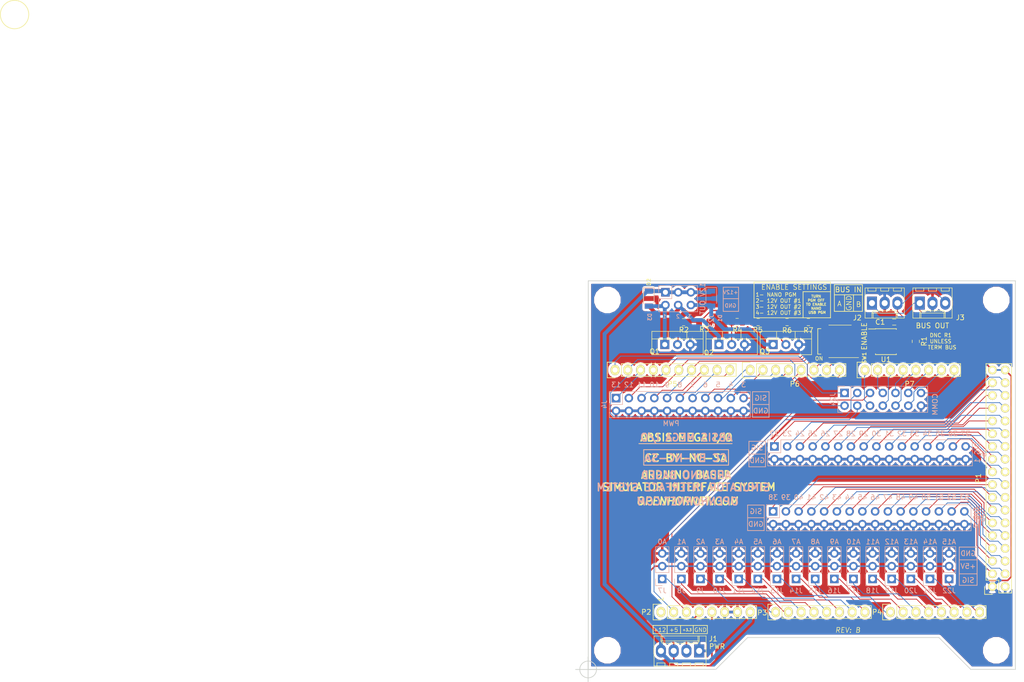
<source format=kicad_pcb>
(kicad_pcb (version 20171130) (host pcbnew "(5.1.4)-1")
  (title_block (title "ABSIS General I/O") (date 2017-12-24) (rev -) (company "F/A-18C SimPit") (comment 1 "John Steensen"))
  (layers (0 F.Cu signal) (31 B.Cu signal) (34 B.Paste user) (35 F.Paste user) (36 B.SilkS user) (37 F.SilkS user) (38 B.Mask user) (39 F.Mask user) (44 Edge.Cuts user))
  (net 0 "")
  (net 1 GND)
  (net 2 "/52(SCK)")
  (net 3 "/53(SS)")
  (net 4 "/50(MISO)")
  (net 5 "/51(MOSI)")
  (net 6 /48)
  (net 7 /49)
  (net 8 /46)
  (net 9 /47)
  (net 10 /44)
  (net 11 /45)
  (net 12 /42)
  (net 13 /43)
  (net 14 /40)
  (net 15 /41)
  (net 16 /38)
  (net 17 /39)
  (net 18 /36)
  (net 19 /37)
  (net 20 /34)
  (net 21 /35)
  (net 22 /32)
  (net 23 /33)
  (net 24 /30)
  (net 25 /31)
  (net 26 /28)
  (net 27 /29)
  (net 28 /26)
  (net 29 /27)
  (net 30 /24)
  (net 31 /25)
  (net 32 /22)
  (net 33 /23)
  (net 34 +5V)
  (net 35 /IOREF)
  (net 36 /Reset)
  (net 37 /A0)
  (net 38 /A1)
  (net 39 /A2)
  (net 40 /A3)
  (net 41 /A4)
  (net 42 /A5)
  (net 43 /A6)
  (net 44 /A7)
  (net 45 /A8)
  (net 46 /A9)
  (net 47 /A10)
  (net 48 /A11)
  (net 49 /A12)
  (net 50 /A13)
  (net 51 /A14)
  (net 52 /A15)
  (net 53 /SCL)
  (net 54 /SDA)
  (net 55 /AREF)
  (net 56 "/13(**)")
  (net 57 "/12(**)")
  (net 58 "/11(**)")
  (net 59 "/10(**)")
  (net 60 "/9(**)")
  (net 61 "/8(**)")
  (net 62 "/7(**)")
  (net 63 "/6(**)")
  (net 64 "/5(**)")
  (net 65 "/4(**)")
  (net 66 "/3(**)")
  (net 67 "/2(**)")
  (net 68 "/20(SDA)")
  (net 69 "/21(SCL)")
  (net 70 +3V3)
  (net 71 "/1(Tx0)")
  (net 72 "/0(Rx0)")
  (net 73 "/14(Tx3)")
  (net 74 "/15(Rx3)")
  (net 75 "/16(Tx2)")
  (net 76 "/17(Rx2)")
  (net 77 "/18(Tx1)")
  (net 78 "/19(Rx1)")
  (net 79 +12V)
  (net 80 "Net-(J2-Pad1)")
  (net 81 /RX_ENABLE)
  (net 82 "Net-(D1-Pad2)")
  (net 83 "Net-(D2-Pad2)")
  (net 84 "Net-(D3-Pad2)")
  (net 85 "Net-(J2-Pad3)")
  (net 86 "Net-(P2-Pad1)")
  (net 87 "Net-(Q1-Pad2)")
  (net 88 "Net-(Q2-Pad2)")
  (net 89 "Net-(Q3-Pad2)")
  (net 90 "Net-(R2-Pad1)")
  (net 91 "Net-(R4-Pad1)")
  (net 92 "Net-(R6-Pad1)")
  (module Connectors_Molex:Molex_KK-6410-04_04x2.54mm_Straight (layer F.Cu) (at 136.398 126.873 180)
    (fp_text reference J1 (at -2.794 2.413 180) (layer F.SilkS))
    (fp_text value PWR (at -3.556 0.889 180) (layer F.SilkS))
    (pad 1 thru_hole rect (at 0 0 180) (size 2 2.6) (drill 1.2) (layers *.Cu *.Mask) (net 1 GND))
    (pad 2 thru_hole oval (at 2.54 0 180) (size 2 2.6) (drill 1.2) (layers *.Cu *.Mask) (net 70 +3V3))
    (pad 3 thru_hole oval (at 5.08 0 180) (size 2 2.6) (drill 1.2) (layers *.Cu *.Mask) (net 34 +5V))
    (pad 4 thru_hole oval (at 7.62 0 180) (size 2 2.6) (drill 1.2) (layers *.Cu *.Mask) (net 79 +12V))
  )
  (module Capacitors_SMD:C_0603_HandSoldering (layer F.Cu) (at 175.25 61.306 180)
    (fp_text reference C1 (at 2.794 0 180) (layer F.SilkS))
    (fp_text value 0.1uF)
    (pad 1 smd rect (at -0.95 0 180) (size 1.2 0.75) (layers F.Cu F.Paste F.Mask) (net 34 +5V))
    (pad 2 smd rect (at 0.95 0 180) (size 1.2 0.75) (layers F.Cu F.Paste F.Mask) (net 1 GND))
  )
  (module Diodes_SMD:D_1206 (layer F.Cu) (at 126.365 56.618 270)
    (fp_text reference D2 (at -3.278 0 270) (layer F.SilkS) (effects (font (size 0.75 0.75))))
    (fp_text value 1N4001)
    (pad 1 smd rect (at -1.5 0 270) (size 1 1.6) (layers F.Cu F.Paste F.Mask) (net 79 +12V))
    (pad 2 smd rect (at 1.5 0 270) (size 1 1.6) (layers F.Cu F.Paste F.Mask) (net 83 "Net-(D2-Pad2)"))
  )
  (module Pin_Headers:Pin_Header_Straight_2x03_Pitch2.54mm (layer B.Cu) (at 129.667 55.372 270)
    (fp_text reference J23 (at 5.684 -9.133 270) (layer B.SilkS) (effects (justify mirror)))
    (fp_text value "12V OUT" (at 1.27 -7.41 270) (layer B.SilkS) (effects (justify mirror)))
    (pad 1 thru_hole rect (at 0 0 270) (size 1.7 1.7) (drill 1) (layers *.Cu *.Mask) (net 79 +12V))
    (pad 2 thru_hole oval (at 2.54 0 270) (size 1.7 1.7) (drill 1) (layers *.Cu *.Mask) (net 84 "Net-(D3-Pad2)"))
    (pad 3 thru_hole oval (at 0 -2.54 270) (size 1.7 1.7) (drill 1) (layers *.Cu *.Mask) (net 79 +12V))
    (pad 4 thru_hole oval (at 2.54 -2.54 270) (size 1.7 1.7) (drill 1) (layers *.Cu *.Mask) (net 83 "Net-(D2-Pad2)"))
    (pad 5 thru_hole oval (at 0 -5.08 270) (size 1.7 1.7) (drill 1) (layers *.Cu *.Mask) (net 79 +12V))
    (pad 6 thru_hole oval (at 2.54 -5.08 270) (size 1.7 1.7) (drill 1) (layers *.Cu *.Mask) (net 82 "Net-(D1-Pad2)"))
  )
  (module Diodes_SMD:D_1206 (layer B.Cu) (at 138.8 56.618 270)
    (fp_text reference D1 (at 3.938 -1.75 270) (layer B.SilkS) (effects (font (size 0.75 0.75)) (justify mirror)))
    (fp_text value 1N4001)
    (pad 1 smd rect (at -1.5 0 270) (size 1 1.6) (layers B.Cu B.Paste B.Mask) (net 79 +12V))
    (pad 2 smd rect (at 1.5 0 270) (size 1 1.6) (layers B.Cu B.Paste B.Mask) (net 82 "Net-(D1-Pad2)"))
  )
  (module Diodes_SMD:D_1206 (layer B.Cu) (at 126.365 56.642 270)
    (fp_text reference D3 (at 3.664 -0.185 270) (layer B.SilkS) (effects (font (size 0.75 0.75)) (justify mirror)))
    (fp_text value 1N4001)
    (pad 1 smd rect (at -1.5 0 270) (size 1 1.6) (layers B.Cu B.Paste B.Mask) (net 79 +12V))
    (pad 2 smd rect (at 1.5 0 270) (size 1 1.6) (layers B.Cu B.Paste B.Mask) (net 84 "Net-(D3-Pad2)"))
  )
  (module Mounting_Holes:MountingHole_4.3mm_M4 (layer F.Cu) (at 118.11 126.746)
    (fp_text reference MK1 hide)
    (fp_text value Mounting_Hole)
    (pad 1 np_thru_hole circle (at 0 0) (size 4.3 4.3) (drill 4.3) (layers *.Cu *.Mask))
  )
  (module Housings_SOIC:SOIC-8_3.9x4.9mm_Pitch1.27mm (layer F.Cu) (at 173.6 65.211)
    (fp_text reference U1 (at 0 3.556) (layer F.SilkS))
    (fp_text value MAX487EESA)
    (pad 1 smd rect (at -2.7 -1.905) (size 1.55 0.6) (layers F.Cu F.Paste F.Mask) (net 81 /RX_ENABLE))
    (pad 2 smd rect (at -2.7 -0.635) (size 1.55 0.6) (layers F.Cu F.Paste F.Mask) (net 67 "/2(**)"))
    (pad 3 smd rect (at -2.7 0.635) (size 1.55 0.6) (layers F.Cu F.Paste F.Mask) (net 67 "/2(**)"))
    (pad 4 smd rect (at -2.7 1.905) (size 1.55 0.6) (layers F.Cu F.Paste F.Mask) (net 71 "/1(Tx0)"))
    (pad 5 smd rect (at 2.7 1.905) (size 1.55 0.6) (layers F.Cu F.Paste F.Mask) (net 1 GND))
    (pad 6 smd rect (at 2.7 0.635) (size 1.55 0.6) (layers F.Cu F.Paste F.Mask) (net 80 "Net-(J2-Pad1)"))
    (pad 7 smd rect (at 2.7 -0.635) (size 1.55 0.6) (layers F.Cu F.Paste F.Mask) (net 85 "Net-(J2-Pad3)"))
    (pad 8 smd rect (at 2.7 -1.905) (size 1.55 0.6) (layers F.Cu F.Paste F.Mask) (net 34 +5V))
  )
  (module TO_SOT_Packages_THT:TO-220-3_Vertical (layer F.Cu) (at 140.335 65.786)
    (fp_text reference Q2 (at -2.032 1.651) (layer F.SilkS))
    (fp_text value Q_NMOS_DGS)
    (pad 1 thru_hole rect (at 0 0) (size 1.8 1.8) (drill 1) (layers *.Cu *.Mask) (net 83 "Net-(D2-Pad2)"))
    (pad 2 thru_hole oval (at 2.54 0) (size 1.8 1.8) (drill 1) (layers *.Cu *.Mask) (net 88 "Net-(Q2-Pad2)"))
    (pad 3 thru_hole oval (at 5.08 0) (size 1.8 1.8) (drill 1) (layers *.Cu *.Mask) (net 1 GND))
  )
  (module Socket_Arduino_Mega:Socket_Strip_Arduino_2x18 (layer F.Cu) (at 194.818 114.046 90)
    (fp_text reference P1 (at 21.59 -2.794 90) (layer F.SilkS))
    (fp_text value Digital)
    (pad 1 thru_hole circle (at 0 0 90) (size 1.7272 1.7272) (drill 1.016) (layers *.Cu *.Mask F.SilkS) (net 1 GND))
    (pad 2 thru_hole oval (at 0 2.54 90) (size 1.7272 1.7272) (drill 1.016) (layers *.Cu *.Mask F.SilkS) (net 1 GND))
    (pad 3 thru_hole oval (at 2.54 0 90) (size 1.7272 1.7272) (drill 1.016) (layers *.Cu *.Mask F.SilkS) (net 2 "/52(SCK)"))
    (pad 4 thru_hole oval (at 2.54 2.54 90) (size 1.7272 1.7272) (drill 1.016) (layers *.Cu *.Mask F.SilkS) (net 3 "/53(SS)"))
    (pad 5 thru_hole oval (at 5.08 0 90) (size 1.7272 1.7272) (drill 1.016) (layers *.Cu *.Mask F.SilkS) (net 4 "/50(MISO)"))
    (pad 6 thru_hole oval (at 5.08 2.54 90) (size 1.7272 1.7272) (drill 1.016) (layers *.Cu *.Mask F.SilkS) (net 5 "/51(MOSI)"))
    (pad 7 thru_hole oval (at 7.62 0 90) (size 1.7272 1.7272) (drill 1.016) (layers *.Cu *.Mask F.SilkS) (net 6 /48))
    (pad 8 thru_hole oval (at 7.62 2.54 90) (size 1.7272 1.7272) (drill 1.016) (layers *.Cu *.Mask F.SilkS) (net 7 /49))
    (pad 9 thru_hole oval (at 10.16 0 90) (size 1.7272 1.7272) (drill 1.016) (layers *.Cu *.Mask F.SilkS) (net 8 /46))
    (pad 10 thru_hole oval (at 10.16 2.54 90) (size 1.7272 1.7272) (drill 1.016) (layers *.Cu *.Mask F.SilkS) (net 9 /47))
    (pad 11 thru_hole oval (at 12.7 0 90) (size 1.7272 1.7272) (drill 1.016) (layers *.Cu *.Mask F.SilkS) (net 10 /44))
    (pad 12 thru_hole oval (at 12.7 2.54 90) (size 1.7272 1.7272) (drill 1.016) (layers *.Cu *.Mask F.SilkS) (net 11 /45))
    (pad 13 thru_hole oval (at 15.24 0 90) (size 1.7272 1.7272) (drill 1.016) (layers *.Cu *.Mask F.SilkS) (net 12 /42))
    (pad 14 thru_hole oval (at 15.24 2.54 90) (size 1.7272 1.7272) (drill 1.016) (layers *.Cu *.Mask F.SilkS) (net 13 /43))
    (pad 15 thru_hole oval (at 17.78 0 90) (size 1.7272 1.7272) (drill 1.016) (layers *.Cu *.Mask F.SilkS) (net 14 /40))
    (pad 16 thru_hole oval (at 17.78 2.54 90) (size 1.7272 1.7272) (drill 1.016) (layers *.Cu *.Mask F.SilkS) (net 15 /41))
    (pad 17 thru_hole oval (at 20.32 0 90) (size 1.7272 1.7272) (drill 1.016) (layers *.Cu *.Mask F.SilkS) (net 16 /38))
    (pad 18 thru_hole oval (at 20.32 2.54 90) (size 1.7272 1.7272) (drill 1.016) (layers *.Cu *.Mask F.SilkS) (net 17 /39))
    (pad 19 thru_hole oval (at 22.86 0 90) (size 1.7272 1.7272) (drill 1.016) (layers *.Cu *.Mask F.SilkS) (net 18 /36))
    (pad 20 thru_hole oval (at 22.86 2.54 90) (size 1.7272 1.7272) (drill 1.016) (layers *.Cu *.Mask F.SilkS) (net 19 /37))
    (pad 21 thru_hole oval (at 25.4 0 90) (size 1.7272 1.7272) (drill 1.016) (layers *.Cu *.Mask F.SilkS) (net 20 /34))
    (pad 22 thru_hole oval (at 25.4 2.54 90) (size 1.7272 1.7272) (drill 1.016) (layers *.Cu *.Mask F.SilkS) (net 21 /35))
    (pad 23 thru_hole oval (at 27.94 0 90) (size 1.7272 1.7272) (drill 1.016) (layers *.Cu *.Mask F.SilkS) (net 22 /32))
    (pad 24 thru_hole oval (at 27.94 2.54 90) (size 1.7272 1.7272) (drill 1.016) (layers *.Cu *.Mask F.SilkS) (net 23 /33))
    (pad 25 thru_hole oval (at 30.48 0 90) (size 1.7272 1.7272) (drill 1.016) (layers *.Cu *.Mask F.SilkS) (net 24 /30))
    (pad 26 thru_hole oval (at 30.48 2.54 90) (size 1.7272 1.7272) (drill 1.016) (layers *.Cu *.Mask F.SilkS) (net 25 /31))
    (pad 27 thru_hole oval (at 33.02 0 90) (size 1.7272 1.7272) (drill 1.016) (layers *.Cu *.Mask F.SilkS) (net 26 /28))
    (pad 28 thru_hole oval (at 33.02 2.54 90) (size 1.7272 1.7272) (drill 1.016) (layers *.Cu *.Mask F.SilkS) (net 27 /29))
    (pad 29 thru_hole oval (at 35.56 0 90) (size 1.7272 1.7272) (drill 1.016) (layers *.Cu *.Mask F.SilkS) (net 28 /26))
    (pad 30 thru_hole oval (at 35.56 2.54 90) (size 1.7272 1.7272) (drill 1.016) (layers *.Cu *.Mask F.SilkS) (net 29 /27))
    (pad 31 thru_hole oval (at 38.1 0 90) (size 1.7272 1.7272) (drill 1.016) (layers *.Cu *.Mask F.SilkS) (net 30 /24))
    (pad 32 thru_hole oval (at 38.1 2.54 90) (size 1.7272 1.7272) (drill 1.016) (layers *.Cu *.Mask F.SilkS) (net 31 /25))
    (pad 33 thru_hole oval (at 40.64 0 90) (size 1.7272 1.7272) (drill 1.016) (layers *.Cu *.Mask F.SilkS) (net 32 /22))
    (pad 34 thru_hole oval (at 40.64 2.54 90) (size 1.7272 1.7272) (drill 1.016) (layers *.Cu *.Mask F.SilkS) (net 33 /23))
    (pad 35 thru_hole oval (at 43.18 0 90) (size 1.7272 1.7272) (drill 1.016) (layers *.Cu *.Mask F.SilkS) (net 34 +5V))
    (pad 36 thru_hole oval (at 43.18 2.54 90) (size 1.7272 1.7272) (drill 1.016) (layers *.Cu *.Mask F.SilkS) (net 34 +5V))
  )
  (module Socket_Arduino_Mega:Socket_Strip_Arduino_1x08 (layer F.Cu) (at 128.778 119.126)
    (fp_text reference P2 (at -2.921 0) (layer F.SilkS))
    (fp_text value Power)
    (pad 1 thru_hole oval (at 0 0) (size 1.7272 2.032) (drill 1.016) (layers *.Cu *.Mask F.SilkS) (net 86 "Net-(P2-Pad1)"))
    (pad 2 thru_hole oval (at 2.54 0) (size 1.7272 2.032) (drill 1.016) (layers *.Cu *.Mask F.SilkS) (net 35 /IOREF))
    (pad 3 thru_hole oval (at 5.08 0) (size 1.7272 2.032) (drill 1.016) (layers *.Cu *.Mask F.SilkS) (net 36 /Reset))
    (pad 4 thru_hole oval (at 7.62 0) (size 1.7272 2.032) (drill 1.016) (layers *.Cu *.Mask F.SilkS) (net 70 +3V3))
    (pad 5 thru_hole oval (at 10.16 0) (size 1.7272 2.032) (drill 1.016) (layers *.Cu *.Mask F.SilkS) (net 34 +5V))
    (pad 6 thru_hole oval (at 12.7 0) (size 1.7272 2.032) (drill 1.016) (layers *.Cu *.Mask F.SilkS) (net 1 GND))
    (pad 7 thru_hole oval (at 15.24 0) (size 1.7272 2.032) (drill 1.016) (layers *.Cu *.Mask F.SilkS) (net 1 GND))
    (pad 8 thru_hole oval (at 17.78 0) (size 1.7272 2.032) (drill 1.016) (layers *.Cu *.Mask F.SilkS) (net 79 +12V))
  )
  (module Socket_Arduino_Mega:Socket_Strip_Arduino_1x08 (layer F.Cu) (at 151.638 119.126)
    (fp_text reference P3 (at -2.667 0.127) (layer F.SilkS))
    (fp_text value Analog)
    (pad 1 thru_hole oval (at 0 0) (size 1.7272 2.032) (drill 1.016) (layers *.Cu *.Mask F.SilkS) (net 37 /A0))
    (pad 2 thru_hole oval (at 2.54 0) (size 1.7272 2.032) (drill 1.016) (layers *.Cu *.Mask F.SilkS) (net 38 /A1))
    (pad 3 thru_hole oval (at 5.08 0) (size 1.7272 2.032) (drill 1.016) (layers *.Cu *.Mask F.SilkS) (net 39 /A2))
    (pad 4 thru_hole oval (at 7.62 0) (size 1.7272 2.032) (drill 1.016) (layers *.Cu *.Mask F.SilkS) (net 40 /A3))
    (pad 5 thru_hole oval (at 10.16 0) (size 1.7272 2.032) (drill 1.016) (layers *.Cu *.Mask F.SilkS) (net 41 /A4))
    (pad 6 thru_hole oval (at 12.7 0) (size 1.7272 2.032) (drill 1.016) (layers *.Cu *.Mask F.SilkS) (net 42 /A5))
    (pad 7 thru_hole oval (at 15.24 0) (size 1.7272 2.032) (drill 1.016) (layers *.Cu *.Mask F.SilkS) (net 43 /A6))
    (pad 8 thru_hole oval (at 17.78 0) (size 1.7272 2.032) (drill 1.016) (layers *.Cu *.Mask F.SilkS) (net 44 /A7))
  )
  (module Socket_Arduino_Mega:Socket_Strip_Arduino_1x08 (layer F.Cu) (at 174.498 119.126)
    (fp_text reference P4 (at -2.667 0) (layer F.SilkS))
    (fp_text value Analog)
    (pad 1 thru_hole oval (at 0 0) (size 1.7272 2.032) (drill 1.016) (layers *.Cu *.Mask F.SilkS) (net 45 /A8))
    (pad 2 thru_hole oval (at 2.54 0) (size 1.7272 2.032) (drill 1.016) (layers *.Cu *.Mask F.SilkS) (net 46 /A9))
    (pad 3 thru_hole oval (at 5.08 0) (size 1.7272 2.032) (drill 1.016) (layers *.Cu *.Mask F.SilkS) (net 47 /A10))
    (pad 4 thru_hole oval (at 7.62 0) (size 1.7272 2.032) (drill 1.016) (layers *.Cu *.Mask F.SilkS) (net 48 /A11))
    (pad 5 thru_hole oval (at 10.16 0) (size 1.7272 2.032) (drill 1.016) (layers *.Cu *.Mask F.SilkS) (net 49 /A12))
    (pad 6 thru_hole oval (at 12.7 0) (size 1.7272 2.032) (drill 1.016) (layers *.Cu *.Mask F.SilkS) (net 50 /A13))
    (pad 7 thru_hole oval (at 15.24 0) (size 1.7272 2.032) (drill 1.016) (layers *.Cu *.Mask F.SilkS) (net 51 /A14))
    (pad 8 thru_hole oval (at 17.78 0) (size 1.7272 2.032) (drill 1.016) (layers *.Cu *.Mask F.SilkS) (net 52 /A15))
  )
  (module Socket_Arduino_Mega:Socket_Strip_Arduino_1x10 (layer F.Cu) (at 119.634 70.866)
    (fp_text reference P5 (at 11.43 2.794) (layer F.SilkS))
    (fp_text value PWM)
    (pad 1 thru_hole oval (at 0 0) (size 1.7272 2.032) (drill 1.016) (layers *.Cu *.Mask F.SilkS) (net 53 /SCL))
    (pad 2 thru_hole oval (at 2.54 0) (size 1.7272 2.032) (drill 1.016) (layers *.Cu *.Mask F.SilkS) (net 54 /SDA))
    (pad 3 thru_hole oval (at 5.08 0) (size 1.7272 2.032) (drill 1.016) (layers *.Cu *.Mask F.SilkS) (net 55 /AREF))
    (pad 4 thru_hole oval (at 7.62 0) (size 1.7272 2.032) (drill 1.016) (layers *.Cu *.Mask F.SilkS) (net 1 GND))
    (pad 5 thru_hole oval (at 10.16 0) (size 1.7272 2.032) (drill 1.016) (layers *.Cu *.Mask F.SilkS) (net 56 "/13(**)"))
    (pad 6 thru_hole oval (at 12.7 0) (size 1.7272 2.032) (drill 1.016) (layers *.Cu *.Mask F.SilkS) (net 57 "/12(**)"))
    (pad 7 thru_hole oval (at 15.24 0) (size 1.7272 2.032) (drill 1.016) (layers *.Cu *.Mask F.SilkS) (net 58 "/11(**)"))
    (pad 8 thru_hole oval (at 17.78 0) (size 1.7272 2.032) (drill 1.016) (layers *.Cu *.Mask F.SilkS) (net 59 "/10(**)"))
    (pad 9 thru_hole oval (at 20.32 0) (size 1.7272 2.032) (drill 1.016) (layers *.Cu *.Mask F.SilkS) (net 60 "/9(**)"))
    (pad 10 thru_hole oval (at 22.86 0) (size 1.7272 2.032) (drill 1.016) (layers *.Cu *.Mask F.SilkS) (net 61 "/8(**)"))
  )
  (module Socket_Arduino_Mega:Socket_Strip_Arduino_1x08 (layer F.Cu) (at 146.558 70.866)
    (fp_text reference P6 (at 8.89 2.794) (layer F.SilkS))
    (fp_text value PWM)
    (pad 1 thru_hole oval (at 0 0) (size 1.7272 2.032) (drill 1.016) (layers *.Cu *.Mask F.SilkS) (net 62 "/7(**)"))
    (pad 2 thru_hole oval (at 2.54 0) (size 1.7272 2.032) (drill 1.016) (layers *.Cu *.Mask F.SilkS) (net 63 "/6(**)"))
    (pad 3 thru_hole oval (at 5.08 0) (size 1.7272 2.032) (drill 1.016) (layers *.Cu *.Mask F.SilkS) (net 64 "/5(**)"))
    (pad 4 thru_hole oval (at 7.62 0) (size 1.7272 2.032) (drill 1.016) (layers *.Cu *.Mask F.SilkS) (net 65 "/4(**)"))
    (pad 5 thru_hole oval (at 10.16 0) (size 1.7272 2.032) (drill 1.016) (layers *.Cu *.Mask F.SilkS) (net 66 "/3(**)"))
    (pad 6 thru_hole oval (at 12.7 0) (size 1.7272 2.032) (drill 1.016) (layers *.Cu *.Mask F.SilkS) (net 67 "/2(**)"))
    (pad 7 thru_hole oval (at 15.24 0) (size 1.7272 2.032) (drill 1.016) (layers *.Cu *.Mask F.SilkS) (net 71 "/1(Tx0)"))
    (pad 8 thru_hole oval (at 17.78 0) (size 1.7272 2.032) (drill 1.016) (layers *.Cu *.Mask F.SilkS) (net 72 "/0(Rx0)"))
  )
  (module Socket_Arduino_Mega:Socket_Strip_Arduino_1x08 (layer F.Cu) (at 169.418 70.866)
    (fp_text reference P7 (at 8.89 2.794) (layer F.SilkS))
    (fp_text value Communication)
    (pad 1 thru_hole oval (at 0 0) (size 1.7272 2.032) (drill 1.016) (layers *.Cu *.Mask F.SilkS) (net 73 "/14(Tx3)"))
    (pad 2 thru_hole oval (at 2.54 0) (size 1.7272 2.032) (drill 1.016) (layers *.Cu *.Mask F.SilkS) (net 74 "/15(Rx3)"))
    (pad 3 thru_hole oval (at 5.08 0) (size 1.7272 2.032) (drill 1.016) (layers *.Cu *.Mask F.SilkS) (net 75 "/16(Tx2)"))
    (pad 4 thru_hole oval (at 7.62 0) (size 1.7272 2.032) (drill 1.016) (layers *.Cu *.Mask F.SilkS) (net 76 "/17(Rx2)"))
    (pad 5 thru_hole oval (at 10.16 0) (size 1.7272 2.032) (drill 1.016) (layers *.Cu *.Mask F.SilkS) (net 77 "/18(Tx1)"))
    (pad 6 thru_hole oval (at 12.7 0) (size 1.7272 2.032) (drill 1.016) (layers *.Cu *.Mask F.SilkS) (net 78 "/19(Rx1)"))
    (pad 7 thru_hole oval (at 15.24 0) (size 1.7272 2.032) (drill 1.016) (layers *.Cu *.Mask F.SilkS) (net 68 "/20(SDA)"))
    (pad 8 thru_hole oval (at 17.78 0) (size 1.7272 2.032) (drill 1.016) (layers *.Cu *.Mask F.SilkS) (net 69 "/21(SCL)"))
  )
  (module Connectors_Molex:Molex_KK-6410-03_03x2.54mm_Straight (layer F.Cu) (at 170.815 57.531)
    (fp_text reference J2 (at -2.91084 2.92862) (layer F.SilkS))
    (fp_text value "BUS IN" (at -4.70916 -2.68224) (layer F.SilkS))
    (pad 1 thru_hole rect (at 0 0) (size 2 2.6) (drill 1.2) (layers *.Cu *.Mask) (net 80 "Net-(J2-Pad1)"))
    (pad 2 thru_hole oval (at 2.54 0) (size 2 2.6) (drill 1.2) (layers *.Cu *.Mask) (net 1 GND))
    (pad 3 thru_hole oval (at 5.08 0) (size 2 2.6) (drill 1.2) (layers *.Cu *.Mask) (net 85 "Net-(J2-Pad3)"))
  )
  (module Connectors_Molex:Molex_KK-6410-03_03x2.54mm_Straight (layer F.Cu) (at 180.34 57.531)
    (fp_text reference J3 (at 8.07212 2.8829) (layer F.SilkS))
    (fp_text value "BUS OUT" (at 2.54 4.5) (layer F.SilkS))
    (pad 1 thru_hole rect (at 0 0) (size 2 2.6) (drill 1.2) (layers *.Cu *.Mask) (net 80 "Net-(J2-Pad1)"))
    (pad 2 thru_hole oval (at 2.54 0) (size 2 2.6) (drill 1.2) (layers *.Cu *.Mask) (net 1 GND))
    (pad 3 thru_hole oval (at 5.08 0) (size 2 2.6) (drill 1.2) (layers *.Cu *.Mask) (net 85 "Net-(J2-Pad3)"))
  )
  (module Mounting_Holes:MountingHole_4.3mm_M4 (layer F.Cu) (at 195.58 126.746)
    (fp_text reference MK2 hide)
    (fp_text value Mounting_Hole)
    (pad 1 np_thru_hole circle (at 0 0) (size 4.3 4.3) (drill 4.3) (layers *.Cu *.Mask))
  )
  (module Mounting_Holes:MountingHole_4.3mm_M4 (layer F.Cu) (at 118.11 56.896)
    (fp_text reference MK3 hide)
    (fp_text value Mounting_Hole)
    (pad 1 np_thru_hole circle (at 0 0) (size 4.3 4.3) (drill 4.3) (layers *.Cu *.Mask))
  )
  (module Mounting_Holes:MountingHole_4.3mm_M4 (layer F.Cu) (at 195.58 56.896)
    (fp_text reference MK4 hide)
    (fp_text value Mounting_Hole)
    (pad 1 np_thru_hole circle (at 0 0) (size 4.3 4.3) (drill 4.3) (layers *.Cu *.Mask))
  )
  (module TO_SOT_Packages_THT:TO-220-3_Vertical (layer F.Cu) (at 129.54 65.786)
    (fp_text reference Q1 (at -2.032 1.397) (layer F.SilkS))
    (fp_text value Q_NMOS_DGS)
    (pad 1 thru_hole rect (at 0 0) (size 1.8 1.8) (drill 1) (layers *.Cu *.Mask) (net 84 "Net-(D3-Pad2)"))
    (pad 2 thru_hole oval (at 2.54 0) (size 1.8 1.8) (drill 1) (layers *.Cu *.Mask) (net 87 "Net-(Q1-Pad2)"))
    (pad 3 thru_hole oval (at 5.08 0) (size 1.8 1.8) (drill 1) (layers *.Cu *.Mask) (net 1 GND))
  )
  (module TO_SOT_Packages_THT:TO-220-3_Vertical (layer F.Cu) (at 151.13 65.786)
    (fp_text reference Q3 (at -1.651 1.397) (layer F.SilkS))
    (fp_text value Q_NMOS_DGS)
    (pad 1 thru_hole rect (at 0 0) (size 1.8 1.8) (drill 1) (layers *.Cu *.Mask) (net 82 "Net-(D1-Pad2)"))
    (pad 2 thru_hole oval (at 2.54 0) (size 1.8 1.8) (drill 1) (layers *.Cu *.Mask) (net 89 "Net-(Q3-Pad2)"))
    (pad 3 thru_hole oval (at 5.08 0) (size 1.8 1.8) (drill 1) (layers *.Cu *.Mask) (net 1 GND))
  )
  (module Buttons_Switches_SMD:SW_DIP_x4_W6.15mm_Slide_Omron_A6H (layer F.Cu) (at 164.465 65.151 180)
    (fp_text reference SW1 (at -4.826 -3.302 270) (layer F.SilkS) (effects (font (size 0.75 0.75))))
    (fp_text value ENABLE (at -4.826 1.016 270) (layer F.SilkS))
    (pad 1 smd rect (at -3.075 -1.905 180) (size 1.25 0.76) (layers F.Cu F.Paste F.Mask) (net 81 /RX_ENABLE))
    (pad 5 smd rect (at 3.075 1.905 180) (size 1.25 0.76) (layers F.Cu F.Paste F.Mask) (net 56 "/13(**)"))
    (pad 2 smd rect (at -3.075 -0.635 180) (size 1.25 0.76) (layers F.Cu F.Paste F.Mask) (net 90 "Net-(R2-Pad1)"))
    (pad 6 smd rect (at 3.075 0.635 180) (size 1.25 0.76) (layers F.Cu F.Paste F.Mask) (net 57 "/12(**)"))
    (pad 3 smd rect (at -3.075 0.635 180) (size 1.25 0.76) (layers F.Cu F.Paste F.Mask) (net 91 "Net-(R4-Pad1)"))
    (pad 7 smd rect (at 3.075 -0.635 180) (size 1.25 0.76) (layers F.Cu F.Paste F.Mask) (net 58 "/11(**)"))
    (pad 4 smd rect (at -3.075 1.905 180) (size 1.25 0.76) (layers F.Cu F.Paste F.Mask) (net 92 "Net-(R6-Pad1)"))
    (pad 8 smd rect (at 3.075 -1.905 180) (size 1.25 0.76) (layers F.Cu F.Paste F.Mask) (net 72 "/0(Rx0)"))
  )
  (module Pin_Headers:Pin_Header_Straight_2x11_Pitch2.54mm (layer B.Cu) (at 119.84 76.47 270)
    (fp_text reference J4 (at 1.27 2.33 270) (layer B.SilkS) (effects (justify mirror)))
    (fp_text value PWM (at 5.064 -10.97) (layer B.SilkS) (effects (justify mirror)))
    (pad 1 thru_hole rect (at 0 0 270) (size 1.7 1.7) (drill 1) (layers *.Cu *.Mask) (net 56 "/13(**)"))
    (pad 2 thru_hole oval (at 2.54 0 270) (size 1.7 1.7) (drill 1) (layers *.Cu *.Mask) (net 1 GND))
    (pad 3 thru_hole oval (at 0 -2.54 270) (size 1.7 1.7) (drill 1) (layers *.Cu *.Mask) (net 57 "/12(**)"))
    (pad 4 thru_hole oval (at 2.54 -2.54 270) (size 1.7 1.7) (drill 1) (layers *.Cu *.Mask) (net 1 GND))
    (pad 5 thru_hole oval (at 0 -5.08 270) (size 1.7 1.7) (drill 1) (layers *.Cu *.Mask) (net 58 "/11(**)"))
    (pad 6 thru_hole oval (at 2.54 -5.08 270) (size 1.7 1.7) (drill 1) (layers *.Cu *.Mask) (net 1 GND))
    (pad 7 thru_hole oval (at 0 -7.62 270) (size 1.7 1.7) (drill 1) (layers *.Cu *.Mask) (net 59 "/10(**)"))
    (pad 8 thru_hole oval (at 2.54 -7.62 270) (size 1.7 1.7) (drill 1) (layers *.Cu *.Mask) (net 1 GND))
    (pad 9 thru_hole oval (at 0 -10.16 270) (size 1.7 1.7) (drill 1) (layers *.Cu *.Mask) (net 60 "/9(**)"))
    (pad 10 thru_hole oval (at 2.54 -10.16 270) (size 1.7 1.7) (drill 1) (layers *.Cu *.Mask) (net 1 GND))
    (pad 11 thru_hole oval (at 0 -12.7 270) (size 1.7 1.7) (drill 1) (layers *.Cu *.Mask) (net 61 "/8(**)"))
    (pad 12 thru_hole oval (at 2.54 -12.7 270) (size 1.7 1.7) (drill 1) (layers *.Cu *.Mask) (net 1 GND))
    (pad 13 thru_hole oval (at 0 -15.24 270) (size 1.7 1.7) (drill 1) (layers *.Cu *.Mask) (net 62 "/7(**)"))
    (pad 14 thru_hole oval (at 2.54 -15.24 270) (size 1.7 1.7) (drill 1) (layers *.Cu *.Mask) (net 1 GND))
    (pad 15 thru_hole oval (at 0 -17.78 270) (size 1.7 1.7) (drill 1) (layers *.Cu *.Mask) (net 63 "/6(**)"))
    (pad 16 thru_hole oval (at 2.54 -17.78 270) (size 1.7 1.7) (drill 1) (layers *.Cu *.Mask) (net 1 GND))
    (pad 17 thru_hole oval (at 0 -20.32 270) (size 1.7 1.7) (drill 1) (layers *.Cu *.Mask) (net 64 "/5(**)"))
    (pad 18 thru_hole oval (at 2.54 -20.32 270) (size 1.7 1.7) (drill 1) (layers *.Cu *.Mask) (net 1 GND))
    (pad 19 thru_hole oval (at 0 -22.86 270) (size 1.7 1.7) (drill 1) (layers *.Cu *.Mask) (net 65 "/4(**)"))
    (pad 20 thru_hole oval (at 2.54 -22.86 270) (size 1.7 1.7) (drill 1) (layers *.Cu *.Mask) (net 1 GND))
    (pad 21 thru_hole oval (at 0 -25.4 270) (size 1.7 1.7) (drill 1) (layers *.Cu *.Mask) (net 66 "/3(**)"))
    (pad 22 thru_hole oval (at 2.54 -25.4 270) (size 1.7 1.7) (drill 1) (layers *.Cu *.Mask) (net 1 GND))
  )
  (module Pin_Headers:Pin_Header_Straight_2x16_Pitch2.54mm (layer B.Cu) (at 151.384 86.106 270)
    (fp_text reference J5 (at 1.27 -41.656 270) (layer B.SilkS) (effects (justify mirror)))
    (fp_text value "DIG 1" (at 1.27 -40.43 270) (layer B.SilkS) (effects (justify mirror)))
    (pad 1 thru_hole rect (at 0 0 270) (size 1.7 1.7) (drill 1) (layers *.Cu *.Mask) (net 32 /22))
    (pad 2 thru_hole oval (at 2.54 0 270) (size 1.7 1.7) (drill 1) (layers *.Cu *.Mask) (net 1 GND))
    (pad 3 thru_hole oval (at 0 -2.54 270) (size 1.7 1.7) (drill 1) (layers *.Cu *.Mask) (net 33 /23))
    (pad 4 thru_hole oval (at 2.54 -2.54 270) (size 1.7 1.7) (drill 1) (layers *.Cu *.Mask) (net 1 GND))
    (pad 5 thru_hole oval (at 0 -5.08 270) (size 1.7 1.7) (drill 1) (layers *.Cu *.Mask) (net 30 /24))
    (pad 6 thru_hole oval (at 2.54 -5.08 270) (size 1.7 1.7) (drill 1) (layers *.Cu *.Mask) (net 1 GND))
    (pad 7 thru_hole oval (at 0 -7.62 270) (size 1.7 1.7) (drill 1) (layers *.Cu *.Mask) (net 31 /25))
    (pad 8 thru_hole oval (at 2.54 -7.62 270) (size 1.7 1.7) (drill 1) (layers *.Cu *.Mask) (net 1 GND))
    (pad 9 thru_hole oval (at 0 -10.16 270) (size 1.7 1.7) (drill 1) (layers *.Cu *.Mask) (net 28 /26))
    (pad 10 thru_hole oval (at 2.54 -10.16 270) (size 1.7 1.7) (drill 1) (layers *.Cu *.Mask) (net 1 GND))
    (pad 11 thru_hole oval (at 0 -12.7 270) (size 1.7 1.7) (drill 1) (layers *.Cu *.Mask) (net 29 /27))
    (pad 12 thru_hole oval (at 2.54 -12.7 270) (size 1.7 1.7) (drill 1) (layers *.Cu *.Mask) (net 1 GND))
    (pad 13 thru_hole oval (at 0 -15.24 270) (size 1.7 1.7) (drill 1) (layers *.Cu *.Mask) (net 26 /28))
    (pad 14 thru_hole oval (at 2.54 -15.24 270) (size 1.7 1.7) (drill 1) (layers *.Cu *.Mask) (net 1 GND))
    (pad 15 thru_hole oval (at 0 -17.78 270) (size 1.7 1.7) (drill 1) (layers *.Cu *.Mask) (net 27 /29))
    (pad 16 thru_hole oval (at 2.54 -17.78 270) (size 1.7 1.7) (drill 1) (layers *.Cu *.Mask) (net 1 GND))
    (pad 17 thru_hole oval (at 0 -20.32 270) (size 1.7 1.7) (drill 1) (layers *.Cu *.Mask) (net 24 /30))
    (pad 18 thru_hole oval (at 2.54 -20.32 270) (size 1.7 1.7) (drill 1) (layers *.Cu *.Mask) (net 1 GND))
    (pad 19 thru_hole oval (at 0 -22.86 270) (size 1.7 1.7) (drill 1) (layers *.Cu *.Mask) (net 25 /31))
    (pad 20 thru_hole oval (at 2.54 -22.86 270) (size 1.7 1.7) (drill 1) (layers *.Cu *.Mask) (net 1 GND))
    (pad 21 thru_hole oval (at 0 -25.4 270) (size 1.7 1.7) (drill 1) (layers *.Cu *.Mask) (net 22 /32))
    (pad 22 thru_hole oval (at 2.54 -25.4 270) (size 1.7 1.7) (drill 1) (layers *.Cu *.Mask) (net 1 GND))
    (pad 23 thru_hole oval (at 0 -27.94 270) (size 1.7 1.7) (drill 1) (layers *.Cu *.Mask) (net 23 /33))
    (pad 24 thru_hole oval (at 2.54 -27.94 270) (size 1.7 1.7) (drill 1) (layers *.Cu *.Mask) (net 1 GND))
    (pad 25 thru_hole oval (at 0 -30.48 270) (size 1.7 1.7) (drill 1) (layers *.Cu *.Mask) (net 20 /34))
    (pad 26 thru_hole oval (at 2.54 -30.48 270) (size 1.7 1.7) (drill 1) (layers *.Cu *.Mask) (net 1 GND))
    (pad 27 thru_hole oval (at 0 -33.02 270) (size 1.7 1.7) (drill 1) (layers *.Cu *.Mask) (net 21 /35))
    (pad 28 thru_hole oval (at 2.54 -33.02 270) (size 1.7 1.7) (drill 1) (layers *.Cu *.Mask) (net 1 GND))
    (pad 29 thru_hole oval (at 0 -35.56 270) (size 1.7 1.7) (drill 1) (layers *.Cu *.Mask) (net 18 /36))
    (pad 30 thru_hole oval (at 2.54 -35.56 270) (size 1.7 1.7) (drill 1) (layers *.Cu *.Mask) (net 1 GND))
    (pad 31 thru_hole oval (at 0 -38.1 270) (size 1.7 1.7) (drill 1) (layers *.Cu *.Mask) (net 19 /37))
    (pad 32 thru_hole oval (at 2.54 -38.1 270) (size 1.7 1.7) (drill 1) (layers *.Cu *.Mask) (net 1 GND))
  )
  (module Pin_Headers:Pin_Header_Straight_2x16_Pitch2.54mm (layer B.Cu) (at 151.13 99.06 270)
    (fp_text reference J6 (at 1.27 -41.656 270) (layer B.SilkS) (effects (justify mirror)))
    (fp_text value "DIG 2" (at 1.27 -40.43 270) (layer B.SilkS) (effects (justify mirror)))
    (pad 1 thru_hole rect (at 0 0 270) (size 1.7 1.7) (drill 1) (layers *.Cu *.Mask) (net 16 /38))
    (pad 2 thru_hole oval (at 2.54 0 270) (size 1.7 1.7) (drill 1) (layers *.Cu *.Mask) (net 1 GND))
    (pad 3 thru_hole oval (at 0 -2.54 270) (size 1.7 1.7) (drill 1) (layers *.Cu *.Mask) (net 17 /39))
    (pad 4 thru_hole oval (at 2.54 -2.54 270) (size 1.7 1.7) (drill 1) (layers *.Cu *.Mask) (net 1 GND))
    (pad 5 thru_hole oval (at 0 -5.08 270) (size 1.7 1.7) (drill 1) (layers *.Cu *.Mask) (net 14 /40))
    (pad 6 thru_hole oval (at 2.54 -5.08 270) (size 1.7 1.7) (drill 1) (layers *.Cu *.Mask) (net 1 GND))
    (pad 7 thru_hole oval (at 0 -7.62 270) (size 1.7 1.7) (drill 1) (layers *.Cu *.Mask) (net 15 /41))
    (pad 8 thru_hole oval (at 2.54 -7.62 270) (size 1.7 1.7) (drill 1) (layers *.Cu *.Mask) (net 1 GND))
    (pad 9 thru_hole oval (at 0 -10.16 270) (size 1.7 1.7) (drill 1) (layers *.Cu *.Mask) (net 12 /42))
    (pad 10 thru_hole oval (at 2.54 -10.16 270) (size 1.7 1.7) (drill 1) (layers *.Cu *.Mask) (net 1 GND))
    (pad 11 thru_hole oval (at 0 -12.7 270) (size 1.7 1.7) (drill 1) (layers *.Cu *.Mask) (net 13 /43))
    (pad 12 thru_hole oval (at 2.54 -12.7 270) (size 1.7 1.7) (drill 1) (layers *.Cu *.Mask) (net 1 GND))
    (pad 13 thru_hole oval (at 0 -15.24 270) (size 1.7 1.7) (drill 1) (layers *.Cu *.Mask) (net 10 /44))
    (pad 14 thru_hole oval (at 2.54 -15.24 270) (size 1.7 1.7) (drill 1) (layers *.Cu *.Mask) (net 1 GND))
    (pad 15 thru_hole oval (at 0 -17.78 270) (size 1.7 1.7) (drill 1) (layers *.Cu *.Mask) (net 11 /45))
    (pad 16 thru_hole oval (at 2.54 -17.78 270) (size 1.7 1.7) (drill 1) (layers *.Cu *.Mask) (net 1 GND))
    (pad 17 thru_hole oval (at 0 -20.32 270) (size 1.7 1.7) (drill 1) (layers *.Cu *.Mask) (net 8 /46))
    (pad 18 thru_hole oval (at 2.54 -20.32 270) (size 1.7 1.7) (drill 1) (layers *.Cu *.Mask) (net 1 GND))
    (pad 19 thru_hole oval (at 0 -22.86 270) (size 1.7 1.7) (drill 1) (layers *.Cu *.Mask) (net 9 /47))
    (pad 20 thru_hole oval (at 2.54 -22.86 270) (size 1.7 1.7) (drill 1) (layers *.Cu *.Mask) (net 1 GND))
    (pad 21 thru_hole oval (at 0 -25.4 270) (size 1.7 1.7) (drill 1) (layers *.Cu *.Mask) (net 6 /48))
    (pad 22 thru_hole oval (at 2.54 -25.4 270) (size 1.7 1.7) (drill 1) (layers *.Cu *.Mask) (net 1 GND))
    (pad 23 thru_hole oval (at 0 -27.94 270) (size 1.7 1.7) (drill 1) (layers *.Cu *.Mask) (net 7 /49))
    (pad 24 thru_hole oval (at 2.54 -27.94 270) (size 1.7 1.7) (drill 1) (layers *.Cu *.Mask) (net 1 GND))
    (pad 25 thru_hole oval (at 0 -30.48 270) (size 1.7 1.7) (drill 1) (layers *.Cu *.Mask) (net 4 "/50(MISO)"))
    (pad 26 thru_hole oval (at 2.54 -30.48 270) (size 1.7 1.7) (drill 1) (layers *.Cu *.Mask) (net 1 GND))
    (pad 27 thru_hole oval (at 0 -33.02 270) (size 1.7 1.7) (drill 1) (layers *.Cu *.Mask) (net 5 "/51(MOSI)"))
    (pad 28 thru_hole oval (at 2.54 -33.02 270) (size 1.7 1.7) (drill 1) (layers *.Cu *.Mask) (net 1 GND))
    (pad 29 thru_hole oval (at 0 -35.56 270) (size 1.7 1.7) (drill 1) (layers *.Cu *.Mask) (net 2 "/52(SCK)"))
    (pad 30 thru_hole oval (at 2.54 -35.56 270) (size 1.7 1.7) (drill 1) (layers *.Cu *.Mask) (net 1 GND))
    (pad 31 thru_hole oval (at 0 -38.1 270) (size 1.7 1.7) (drill 1) (layers *.Cu *.Mask) (net 3 "/53(SS)"))
    (pad 32 thru_hole oval (at 2.54 -38.1 270) (size 1.7 1.7) (drill 1) (layers *.Cu *.Mask) (net 1 GND))
  )
  (module Pin_Headers:Pin_Header_Straight_1x03_Pitch2.54mm (layer B.Cu) (at 129.032 112.522)
    (fp_text reference J7 (at 0 2.33) (layer B.SilkS) (effects (justify mirror)))
    (fp_text value A0 (at 0 -7.41) (layer B.SilkS) (effects (justify mirror)))
    (pad 1 thru_hole rect (at 0 0) (size 1.7 1.7) (drill 1) (layers *.Cu *.Mask) (net 37 /A0))
    (pad 2 thru_hole oval (at 0 -2.54) (size 1.7 1.7) (drill 1) (layers *.Cu *.Mask) (net 34 +5V))
    (pad 3 thru_hole oval (at 0 -5.08) (size 1.7 1.7) (drill 1) (layers *.Cu *.Mask) (net 1 GND))
  )
  (module Pin_Headers:Pin_Header_Straight_1x03_Pitch2.54mm (layer B.Cu) (at 132.842 112.522)
    (fp_text reference J8 (at 0 2.33) (layer B.SilkS) (effects (justify mirror)))
    (fp_text value A1 (at 0 -7.41) (layer B.SilkS) (effects (justify mirror)))
    (pad 1 thru_hole rect (at 0 0) (size 1.7 1.7) (drill 1) (layers *.Cu *.Mask) (net 38 /A1))
    (pad 2 thru_hole oval (at 0 -2.54) (size 1.7 1.7) (drill 1) (layers *.Cu *.Mask) (net 34 +5V))
    (pad 3 thru_hole oval (at 0 -5.08) (size 1.7 1.7) (drill 1) (layers *.Cu *.Mask) (net 1 GND))
  )
  (module Pin_Headers:Pin_Header_Straight_1x03_Pitch2.54mm (layer B.Cu) (at 136.652 112.522)
    (fp_text reference J9 (at 0 2.33) (layer B.SilkS) (effects (justify mirror)))
    (fp_text value A2 (at 0 -7.41) (layer B.SilkS) (effects (justify mirror)))
    (pad 1 thru_hole rect (at 0 0) (size 1.7 1.7) (drill 1) (layers *.Cu *.Mask) (net 39 /A2))
    (pad 2 thru_hole oval (at 0 -2.54) (size 1.7 1.7) (drill 1) (layers *.Cu *.Mask) (net 34 +5V))
    (pad 3 thru_hole oval (at 0 -5.08) (size 1.7 1.7) (drill 1) (layers *.Cu *.Mask) (net 1 GND))
  )
  (module Pin_Headers:Pin_Header_Straight_1x03_Pitch2.54mm (layer B.Cu) (at 140.462 112.522)
    (fp_text reference J10 (at 0 2.33) (layer B.SilkS) (effects (justify mirror)))
    (fp_text value A3 (at 0 -7.41) (layer B.SilkS) (effects (justify mirror)))
    (pad 1 thru_hole rect (at 0 0) (size 1.7 1.7) (drill 1) (layers *.Cu *.Mask) (net 40 /A3))
    (pad 2 thru_hole oval (at 0 -2.54) (size 1.7 1.7) (drill 1) (layers *.Cu *.Mask) (net 34 +5V))
    (pad 3 thru_hole oval (at 0 -5.08) (size 1.7 1.7) (drill 1) (layers *.Cu *.Mask) (net 1 GND))
  )
  (module Pin_Headers:Pin_Header_Straight_1x03_Pitch2.54mm (layer B.Cu) (at 144.272 112.522)
    (fp_text reference J11 (at 0 2.33) (layer B.SilkS) (effects (justify mirror)))
    (fp_text value A4 (at 0 -7.41) (layer B.SilkS) (effects (justify mirror)))
    (pad 1 thru_hole rect (at 0 0) (size 1.7 1.7) (drill 1) (layers *.Cu *.Mask) (net 41 /A4))
    (pad 2 thru_hole oval (at 0 -2.54) (size 1.7 1.7) (drill 1) (layers *.Cu *.Mask) (net 34 +5V))
    (pad 3 thru_hole oval (at 0 -5.08) (size 1.7 1.7) (drill 1) (layers *.Cu *.Mask) (net 1 GND))
  )
  (module Pin_Headers:Pin_Header_Straight_1x03_Pitch2.54mm (layer B.Cu) (at 148.082 112.522)
    (fp_text reference J12 (at 0 2.33) (layer B.SilkS) (effects (justify mirror)))
    (fp_text value A5 (at 0 -7.41) (layer B.SilkS) (effects (justify mirror)))
    (pad 1 thru_hole rect (at 0 0) (size 1.7 1.7) (drill 1) (layers *.Cu *.Mask) (net 42 /A5))
    (pad 2 thru_hole oval (at 0 -2.54) (size 1.7 1.7) (drill 1) (layers *.Cu *.Mask) (net 34 +5V))
    (pad 3 thru_hole oval (at 0 -5.08) (size 1.7 1.7) (drill 1) (layers *.Cu *.Mask) (net 1 GND))
  )
  (module Pin_Headers:Pin_Header_Straight_1x03_Pitch2.54mm (layer B.Cu) (at 151.892 112.522)
    (fp_text reference J13 (at 0 2.33) (layer B.SilkS) (effects (justify mirror)))
    (fp_text value A6 (at 0 -7.41) (layer B.SilkS) (effects (justify mirror)))
    (pad 1 thru_hole rect (at 0 0) (size 1.7 1.7) (drill 1) (layers *.Cu *.Mask) (net 43 /A6))
    (pad 2 thru_hole oval (at 0 -2.54) (size 1.7 1.7) (drill 1) (layers *.Cu *.Mask) (net 34 +5V))
    (pad 3 thru_hole oval (at 0 -5.08) (size 1.7 1.7) (drill 1) (layers *.Cu *.Mask) (net 1 GND))
  )
  (module Pin_Headers:Pin_Header_Straight_1x03_Pitch2.54mm (layer B.Cu) (at 155.702 112.522)
    (fp_text reference J14 (at 0 2.33) (layer B.SilkS) (effects (justify mirror)))
    (fp_text value A7 (at 0 -7.41) (layer B.SilkS) (effects (justify mirror)))
    (pad 1 thru_hole rect (at 0 0) (size 1.7 1.7) (drill 1) (layers *.Cu *.Mask) (net 44 /A7))
    (pad 2 thru_hole oval (at 0 -2.54) (size 1.7 1.7) (drill 1) (layers *.Cu *.Mask) (net 34 +5V))
    (pad 3 thru_hole oval (at 0 -5.08) (size 1.7 1.7) (drill 1) (layers *.Cu *.Mask) (net 1 GND))
  )
  (module Pin_Headers:Pin_Header_Straight_1x03_Pitch2.54mm (layer B.Cu) (at 159.512 112.522)
    (fp_text reference J15 (at 0 2.33) (layer B.SilkS) (effects (justify mirror)))
    (fp_text value A8 (at 0 -7.41) (layer B.SilkS) (effects (justify mirror)))
    (pad 1 thru_hole rect (at 0 0) (size 1.7 1.7) (drill 1) (layers *.Cu *.Mask) (net 45 /A8))
    (pad 2 thru_hole oval (at 0 -2.54) (size 1.7 1.7) (drill 1) (layers *.Cu *.Mask) (net 34 +5V))
    (pad 3 thru_hole oval (at 0 -5.08) (size 1.7 1.7) (drill 1) (layers *.Cu *.Mask) (net 1 GND))
  )
  (module Pin_Headers:Pin_Header_Straight_1x03_Pitch2.54mm (layer B.Cu) (at 163.322 112.522)
    (fp_text reference J16 (at 0 2.33) (layer B.SilkS) (effects (justify mirror)))
    (fp_text value A9 (at 0 -7.41) (layer B.SilkS) (effects (justify mirror)))
    (pad 1 thru_hole rect (at 0 0) (size 1.7 1.7) (drill 1) (layers *.Cu *.Mask) (net 46 /A9))
    (pad 2 thru_hole oval (at 0 -2.54) (size 1.7 1.7) (drill 1) (layers *.Cu *.Mask) (net 34 +5V))
    (pad 3 thru_hole oval (at 0 -5.08) (size 1.7 1.7) (drill 1) (layers *.Cu *.Mask) (net 1 GND))
  )
  (module Pin_Headers:Pin_Header_Straight_1x03_Pitch2.54mm (layer B.Cu) (at 167.132 112.522)
    (fp_text reference J17 (at 0 2.33) (layer B.SilkS) (effects (justify mirror)))
    (fp_text value A10 (at 0 -7.41) (layer B.SilkS) (effects (justify mirror)))
    (pad 1 thru_hole rect (at 0 0) (size 1.7 1.7) (drill 1) (layers *.Cu *.Mask) (net 47 /A10))
    (pad 2 thru_hole oval (at 0 -2.54) (size 1.7 1.7) (drill 1) (layers *.Cu *.Mask) (net 34 +5V))
    (pad 3 thru_hole oval (at 0 -5.08) (size 1.7 1.7) (drill 1) (layers *.Cu *.Mask) (net 1 GND))
  )
  (module Pin_Headers:Pin_Header_Straight_1x03_Pitch2.54mm (layer B.Cu) (at 170.942 112.522)
    (fp_text reference J18 (at 0 2.33) (layer B.SilkS) (effects (justify mirror)))
    (fp_text value A11 (at 0 -7.41) (layer B.SilkS) (effects (justify mirror)))
    (pad 1 thru_hole rect (at 0 0) (size 1.7 1.7) (drill 1) (layers *.Cu *.Mask) (net 48 /A11))
    (pad 2 thru_hole oval (at 0 -2.54) (size 1.7 1.7) (drill 1) (layers *.Cu *.Mask) (net 34 +5V))
    (pad 3 thru_hole oval (at 0 -5.08) (size 1.7 1.7) (drill 1) (layers *.Cu *.Mask) (net 1 GND))
  )
  (module Pin_Headers:Pin_Header_Straight_1x03_Pitch2.54mm (layer B.Cu) (at 174.752 112.522)
    (fp_text reference J19 (at 0 2.33) (layer B.SilkS) (effects (justify mirror)))
    (fp_text value A12 (at 0 -7.41) (layer B.SilkS) (effects (justify mirror)))
    (pad 1 thru_hole rect (at 0 0) (size 1.7 1.7) (drill 1) (layers *.Cu *.Mask) (net 49 /A12))
    (pad 2 thru_hole oval (at 0 -2.54) (size 1.7 1.7) (drill 1) (layers *.Cu *.Mask) (net 34 +5V))
    (pad 3 thru_hole oval (at 0 -5.08) (size 1.7 1.7) (drill 1) (layers *.Cu *.Mask) (net 1 GND))
  )
  (module Pin_Headers:Pin_Header_Straight_1x03_Pitch2.54mm (layer B.Cu) (at 178.562 112.522)
    (fp_text reference J20 (at 0 2.33) (layer B.SilkS) (effects (justify mirror)))
    (fp_text value A13 (at 0 -7.41) (layer B.SilkS) (effects (justify mirror)))
    (pad 1 thru_hole rect (at 0 0) (size 1.7 1.7) (drill 1) (layers *.Cu *.Mask) (net 50 /A13))
    (pad 2 thru_hole oval (at 0 -2.54) (size 1.7 1.7) (drill 1) (layers *.Cu *.Mask) (net 34 +5V))
    (pad 3 thru_hole oval (at 0 -5.08) (size 1.7 1.7) (drill 1) (layers *.Cu *.Mask) (net 1 GND))
  )
  (module Pin_Headers:Pin_Header_Straight_1x03_Pitch2.54mm (layer B.Cu) (at 182.372 112.522)
    (fp_text reference J21 (at 0 2.33) (layer B.SilkS) (effects (justify mirror)))
    (fp_text value A14 (at 0 -7.41) (layer B.SilkS) (effects (justify mirror)))
    (pad 1 thru_hole rect (at 0 0) (size 1.7 1.7) (drill 1) (layers *.Cu *.Mask) (net 51 /A14))
    (pad 2 thru_hole oval (at 0 -2.54) (size 1.7 1.7) (drill 1) (layers *.Cu *.Mask) (net 34 +5V))
    (pad 3 thru_hole oval (at 0 -5.08) (size 1.7 1.7) (drill 1) (layers *.Cu *.Mask) (net 1 GND))
  )
  (module Pin_Headers:Pin_Header_Straight_1x03_Pitch2.54mm (layer B.Cu) (at 186.182 112.522)
    (fp_text reference J22 (at 0 2.33) (layer B.SilkS) (effects (justify mirror)))
    (fp_text value A15 (at 0 -7.41) (layer B.SilkS) (effects (justify mirror)))
    (pad 1 thru_hole rect (at 0 0) (size 1.7 1.7) (drill 1) (layers *.Cu *.Mask) (net 52 /A15))
    (pad 2 thru_hole oval (at 0 -2.54) (size 1.7 1.7) (drill 1) (layers *.Cu *.Mask) (net 34 +5V))
    (pad 3 thru_hole oval (at 0 -5.08) (size 1.7 1.7) (drill 1) (layers *.Cu *.Mask) (net 1 GND))
  )
  (module Pin_Headers:Pin_Header_Straight_2x07_Pitch2.54mm (layer B.Cu) (at 165.354 75.438 270)
    (fp_text reference J24 (at 1.27 2.33 270) (layer B.SilkS) (effects (justify mirror)))
    (fp_text value COMM (at 2.286 -18.034 270) (layer B.SilkS) (effects (justify mirror)))
    (pad 1 thru_hole rect (at 0 0 270) (size 1.7 1.7) (drill 1) (layers *.Cu *.Mask) (net 53 /SCL))
    (pad 2 thru_hole oval (at 2.54 0 270) (size 1.7 1.7) (drill 1) (layers *.Cu *.Mask) (net 54 /SDA))
    (pad 3 thru_hole oval (at 0 -2.54 270) (size 1.7 1.7) (drill 1) (layers *.Cu *.Mask) (net 55 /AREF))
    (pad 4 thru_hole oval (at 2.54 -2.54 270) (size 1.7 1.7) (drill 1) (layers *.Cu *.Mask) (net 35 /IOREF))
    (pad 5 thru_hole oval (at 0 -5.08 270) (size 1.7 1.7) (drill 1) (layers *.Cu *.Mask) (net 36 /Reset))
    (pad 6 thru_hole oval (at 2.54 -5.08 270) (size 1.7 1.7) (drill 1) (layers *.Cu *.Mask) (net 73 "/14(Tx3)"))
    (pad 7 thru_hole oval (at 0 -7.62 270) (size 1.7 1.7) (drill 1) (layers *.Cu *.Mask) (net 74 "/15(Rx3)"))
    (pad 8 thru_hole oval (at 2.54 -7.62 270) (size 1.7 1.7) (drill 1) (layers *.Cu *.Mask) (net 75 "/16(Tx2)"))
    (pad 9 thru_hole oval (at 0 -10.16 270) (size 1.7 1.7) (drill 1) (layers *.Cu *.Mask) (net 76 "/17(Rx2)"))
    (pad 10 thru_hole oval (at 2.54 -10.16 270) (size 1.7 1.7) (drill 1) (layers *.Cu *.Mask) (net 77 "/18(Tx1)"))
    (pad 11 thru_hole oval (at 0 -12.7 270) (size 1.7 1.7) (drill 1) (layers *.Cu *.Mask) (net 78 "/19(Rx1)"))
    (pad 12 thru_hole oval (at 2.54 -12.7 270) (size 1.7 1.7) (drill 1) (layers *.Cu *.Mask) (net 68 "/20(SDA)"))
    (pad 13 thru_hole oval (at 0 -15.24 270) (size 1.7 1.7) (drill 1) (layers *.Cu *.Mask) (net 69 "/21(SCL)"))
    (pad 14 thru_hole oval (at 2.54 -15.24 270) (size 1.7 1.7) (drill 1) (layers *.Cu *.Mask) (net 1 GND))
  )
  (module Resistor_SMD:R_0805_2012Metric_Pad1.15x1.40mm_HandSolder (layer F.Cu) (at 179.55 65.156 270)
    (fp_text reference R1 (at 0 -1.65 270) (layer F.SilkS))
    (fp_text value 120)
    (pad 1 smd roundrect (at -1.025 0 270) (size 1.15 1.4) (layers F.Cu F.Paste F.Mask) (roundrect_rratio 0.217391) (net 85 "Net-(J2-Pad3)"))
    (pad 2 smd roundrect (at 1.025 0 270) (size 1.15 1.4) (layers F.Cu F.Paste F.Mask) (roundrect_rratio 0.217391) (net 80 "Net-(J2-Pad1)"))
  )
  (module Resistor_SMD:R_0805_2012Metric_Pad1.15x1.40mm_HandSolder (layer F.Cu) (at 133.291145 61.333317 180)
    (fp_text reference R2 (at -0.058855 -1.531683 180) (layer F.SilkS))
    (fp_text value 1K)
    (pad 2 smd roundrect (at 1.025 0 180) (size 1.15 1.4) (layers F.Cu F.Paste F.Mask) (roundrect_rratio 0.217391) (net 87 "Net-(Q1-Pad2)"))
    (pad 1 smd roundrect (at -1.025 0 180) (size 1.15 1.4) (layers F.Cu F.Paste F.Mask) (roundrect_rratio 0.217391) (net 90 "Net-(R2-Pad1)"))
  )
  (module Resistor_SMD:R_0805_2012Metric_Pad1.15x1.40mm_HandSolder (layer F.Cu) (at 137.4 61.333317 180)
    (fp_text reference R3 (at -0.014 -1.404683 180) (layer F.SilkS))
    (fp_text value 1K)
    (pad 1 smd roundrect (at -1.025 0 180) (size 1.15 1.4) (layers F.Cu F.Paste F.Mask) (roundrect_rratio 0.217391) (net 1 GND))
    (pad 2 smd roundrect (at 1.025 0 180) (size 1.15 1.4) (layers F.Cu F.Paste F.Mask) (roundrect_rratio 0.217391) (net 90 "Net-(R2-Pad1)"))
  )
  (module Resistor_SMD:R_0805_2012Metric_Pad1.15x1.40mm_HandSolder (layer F.Cu) (at 143.958405 61.287157 180)
    (fp_text reference R4 (at -0.059595 -1.577843 180) (layer F.SilkS))
    (fp_text value 1K)
    (pad 1 smd roundrect (at -1.025 0 180) (size 1.15 1.4) (layers F.Cu F.Paste F.Mask) (roundrect_rratio 0.217391) (net 91 "Net-(R4-Pad1)"))
    (pad 2 smd roundrect (at 1.025 0 180) (size 1.15 1.4) (layers F.Cu F.Paste F.Mask) (roundrect_rratio 0.217391) (net 88 "Net-(Q2-Pad2)"))
  )
  (module Resistor_SMD:R_0805_2012Metric_Pad1.15x1.40mm_HandSolder (layer F.Cu) (at 148.15 61.306 180)
    (fp_text reference R5 (at 0.068 -1.559 180) (layer F.SilkS))
    (fp_text value 1K)
    (pad 2 smd roundrect (at 1.025 0 180) (size 1.15 1.4) (layers F.Cu F.Paste F.Mask) (roundrect_rratio 0.217391) (net 91 "Net-(R4-Pad1)"))
    (pad 1 smd roundrect (at -1.025 0 180) (size 1.15 1.4) (layers F.Cu F.Paste F.Mask) (roundrect_rratio 0.217391) (net 1 GND))
  )
  (module Resistor_SMD:R_0805_2012Metric_Pad1.15x1.40mm_HandSolder (layer F.Cu) (at 153.9 61.306 180)
    (fp_text reference R6 (at 0 -1.65 180) (layer F.SilkS))
    (fp_text value 1K)
    (pad 2 smd roundrect (at 1.025 0 180) (size 1.15 1.4) (layers F.Cu F.Paste F.Mask) (roundrect_rratio 0.217391) (net 89 "Net-(Q3-Pad2)"))
    (pad 1 smd roundrect (at -1.025 0 180) (size 1.15 1.4) (layers F.Cu F.Paste F.Mask) (roundrect_rratio 0.217391) (net 92 "Net-(R6-Pad1)"))
  )
  (module Resistor_SMD:R_0805_2012Metric_Pad1.15x1.40mm_HandSolder (layer F.Cu) (at 158.15 61.306 180)
    (fp_text reference R7 (at 0 -1.65 180) (layer F.SilkS))
    (fp_text value 1K)
    (pad 1 smd roundrect (at -1.025 0 180) (size 1.15 1.4) (layers F.Cu F.Paste F.Mask) (roundrect_rratio 0.217391) (net 1 GND))
    (pad 2 smd roundrect (at 1.025 0 180) (size 1.15 1.4) (layers F.Cu F.Paste F.Mask) (roundrect_rratio 0.217391) (net 92 "Net-(R6-Pad1)"))
  )
  (gr_text "REV: B" (at 166.0144 122.7328) (layer F.SilkS) (effects (font (size 1 1) (thickness 0.125) italic)))
  (gr_text OPENHORNET.COM (at 134.1882 97.0788) (layer B.SilkS) (effects (font (size 1.5 1.5) (thickness 0.3) italic) (justify mirror)))
  (gr_text 3 (at 135.001 60.198) (layer B.SilkS) (effects (font (size 0.75 0.75) (thickness 0.125)) (justify left mirror)))
  (gr_text 2 (at 132.588 60.198) (layer B.SilkS) (effects (font (size 0.75 0.75) (thickness 0.125)) (justify left mirror)))
  (gr_text 1 (at 129.921 60.198) (layer B.SilkS) (effects (font (size 0.75 0.75) (thickness 0.125)) (justify left mirror)))
  (gr_line (start 141.192 56.642) (end 141.192 54.356) (layer B.SilkS) (width 0.15))
  (gr_line (start 144.24 54.356) (end 141.192 54.356) (layer B.SilkS) (width 0.15))
  (gr_line (start 141.192 56.642) (end 144.24 56.642) (layer B.SilkS) (width 0.15))
  (gr_line (start 141.192 59.182) (end 141.192 56.642) (layer B.SilkS) (width 0.15))
  (gr_line (start 144.24 59.182) (end 141.192 59.182) (layer B.SilkS) (width 0.15))
  (gr_line (start 144.24 54.356) (end 144.24 59.182) (layer B.SilkS) (width 0.15))
  (gr_text GND (at 143.859 58.039) (layer B.SilkS) (effects (font (size 0.75 0.75) (thickness 0.125)) (justify left mirror)))
  (gr_text +12V (at 144.24 55.372) (layer B.SilkS) (effects (font (size 0.75 0.75) (thickness 0.125)) (justify left mirror)))
  (gr_line (start 157.099 55.245) (end 157.099 60.452) (layer F.SilkS) (width 0.15))
  (gr_line (start 162.56 55.245) (end 157.099 55.245) (layer F.SilkS) (width 0.15))
  (gr_text "ENABLE SETTINGS" (at 155.321 54.356) (layer F.SilkS) (effects (font (size 1 1) (thickness 0.125))))
  (gr_text OPENHORNET.COM (at 134.0358 97.028) (layer F.SilkS) (effects (font (size 1.5 1.5) (thickness 0.3) italic)))
  (gr_text "DNC R1 \nUNLESS \nTERM BUS" (at 184.785 65.151) (layer F.SilkS) (effects (font (size 0.75 0.75) (thickness 0.125))))
  (gr_line (start 165.354 55.88) (end 165.354 59.182) (layer F.SilkS) (width 0.15))
  (gr_line (start 167.132 55.88) (end 167.132 59.182) (layer F.SilkS) (width 0.15))
  (gr_line (start 168.91 59.182) (end 168.91 55.88) (layer F.SilkS) (width 0.15))
  (gr_line (start 163.322 59.182) (end 168.91 59.182) (layer F.SilkS) (width 0.15))
  (gr_line (start 163.322 55.88) (end 163.322 59.182) (layer F.SilkS) (width 0.15))
  (gr_line (start 163.322 55.88) (end 163.322 53.848) (layer F.SilkS) (width 0.15))
  (gr_line (start 168.91 55.88) (end 163.322 55.88) (layer F.SilkS) (width 0.15))
  (gr_line (start 168.91 53.848) (end 168.91 55.88) (layer F.SilkS) (width 0.15))
  (gr_line (start 163.322 53.848) (end 168.91 53.848) (layer F.SilkS) (width 0.15))
  (gr_text GND (at 166.243 57.531 90) (layer F.SilkS) (effects (font (size 1 1) (thickness 0.125))))
  (gr_text B (at 168.148 57.785) (layer F.SilkS) (effects (font (size 1 1) (thickness 0.125))))
  (gr_line (start 147.32 60.452) (end 147.32 53.34) (layer F.SilkS) (width 0.15))
  (gr_line (start 162.56 60.452) (end 147.32 60.452) (layer F.SilkS) (width 0.15))
  (gr_line (start 162.56 53.34) (end 162.56 60.452) (layer F.SilkS) (width 0.15))
  (gr_line (start 147.32 53.34) (end 162.56 53.34) (layer F.SilkS) (width 0.15))
  (gr_text A (at 164.338 57.658) (layer F.SilkS) (effects (font (size 1 1) (thickness 0.125))))
  (gr_text "TURN \nPGM OFF \nTO ENABLE \nNANO \nUSB PGM" (at 159.893 57.785) (layer F.SilkS) (effects (font (size 0.5 0.5) (thickness 0.125))))
  (gr_line (start 160.02 67.691) (end 160.655 67.691) (layer F.SilkS) (width 0.15))
  (gr_line (start 160.02 62.611) (end 160.02 67.691) (layer F.SilkS) (width 0.15))
  (gr_line (start 160.655 62.611) (end 160.02 62.611) (layer F.SilkS) (width 0.15))
  (gr_text ON (at 160.274 68.58) (layer F.SilkS) (effects (font (size 0.75 0.75) (thickness 0.125))))
  (gr_text "1- NANO PGM\n2- 12V OUT #1\n3- 12V OUT #2\n4- 12V OUT #3" (at 147.574 57.658) (layer F.SilkS) (effects (font (size 0.75 0.75) (thickness 0.125)) (justify left)))
  (gr_line (start 146.05 124.206) (end 144.78 125.476) (layer Edge.Cuts) (width 0.15))
  (gr_line (start 184.15 124.206) (end 146.05 124.206) (layer Edge.Cuts) (width 0.15))
  (gr_line (start 190.5 130.556) (end 184.15 124.206) (layer Edge.Cuts) (width 0.15))
  (gr_line (start 199.39 130.556) (end 190.5 130.556) (layer Edge.Cuts) (width 0.15))
  (gr_line (start 144.78 125.476) (end 139.7 130.556) (layer Edge.Cuts) (width 0.15))
  (gr_text "GND\n" (at 136.652 122.682) (layer F.SilkS) (effects (font (size 0.8 0.8) (thickness 0.11))))
  (gr_line (start 132.683 123.444) (end 132.683 121.793) (layer F.SilkS) (width 0.15))
  (gr_line (start 135.223 123.444) (end 135.223 121.793) (layer F.SilkS) (width 0.15))
  (gr_text +5 (at 131.318 122.682) (layer F.SilkS) (effects (font (size 0.8 0.8) (thickness 0.11))))
  (gr_line (start 138.017 121.793) (end 138.017 123.444) (layer F.SilkS) (width 0.15))
  (gr_text +12 (at 128.524 122.682) (layer F.SilkS) (effects (font (size 0.8 0.8) (thickness 0.11))))
  (gr_line (start 137.89 123.444) (end 127.222 123.444) (layer F.SilkS) (width 0.15))
  (gr_line (start 127.222 121.793) (end 138.017 121.793) (layer F.SilkS) (width 0.15))
  (gr_text +3.3 (at 133.985 122.682) (layer F.SilkS) (effects (font (size 0.5 0.5) (thickness 0.11))))
  (gr_line (start 130.016 123.444) (end 130.016 121.793) (layer F.SilkS) (width 0.15))
  (gr_line (start 127.222 123.444) (end 127.222 121.793) (layer F.SilkS) (width 0.15))
  (gr_line (start 139.7 130.556) (end 114.3 130.556) (layer Edge.Cuts) (width 0.15))
  (gr_line (start 114.3 53.086) (end 114.3 130.556) (layer Edge.Cuts) (width 0.15))
  (gr_line (start 199.39 53.086) (end 114.3 53.086) (layer Edge.Cuts) (width 0.15))
  (gr_line (start 199.39 130.556) (end 199.39 53.086) (layer Edge.Cuts) (width 0.15))
  (gr_line (start 124.4346 85.5218) (end 142.9766 85.5218) (layer B.SilkS) (width 0.15))
  (gr_line (start 124.3838 85.5472) (end 142.9258 85.5472) (layer F.SilkS) (width 0.15))
  (gr_circle (center 0 0) (end 2 2) (layer F.SilkS) (width 0.15))
  (gr_text "ABSIS MEGA I/O" (at 133.858 84.328) (layer B.SilkS) (effects (font (size 1.5 1.5) (thickness 0.3)) (justify mirror)))
  (gr_line (start 142.24 89.8144) (end 142.24 86.7664) (layer B.SilkS) (width 0.15))
  (gr_line (start 125.349 86.7664) (end 125.349 89.8144) (layer B.SilkS) (width 0.15))
  (gr_line (start 142.24 86.7664) (end 125.349 86.7664) (layer B.SilkS) (width 0.15))
  (gr_line (start 125.349 89.8144) (end 142.24 89.8144) (layer B.SilkS) (width 0.15))
  (gr_text "CC BY-NC-SA" (at 133.731 88.4174) (layer B.SilkS) (effects (font (size 1.5 1.5) (thickness 0.3)) (justify mirror)))
  (gr_text "ARDUINO BASED \nSIMULATOR INTERFACE SYSTEM" (at 133.223 93.0656) (layer B.SilkS) (effects (font (size 1.5 1.5) (thickness 0.3)) (justify mirror)))
  (gr_line (start 125.349 89.8144) (end 125.349 86.7664) (layer F.SilkS) (width 0.15))
  (gr_line (start 142.24 89.8144) (end 125.349 89.8144) (layer F.SilkS) (width 0.15))
  (gr_line (start 142.24 86.7664) (end 142.24 89.8144) (layer F.SilkS) (width 0.15))
  (gr_line (start 125.349 86.7664) (end 142.24 86.7664) (layer F.SilkS) (width 0.15))
  (gr_text "CC BY-NC-SA" (at 133.731 88.4174) (layer F.SilkS) (effects (font (size 1.5 1.5) (thickness 0.3))))
  (gr_text "ABSIS MEGA I/O" (at 133.858 84.328) (layer F.SilkS) (effects (font (size 1.5 1.5) (thickness 0.3))))
  (gr_text "ARDUINO BASED \nSIMULATOR INTERFACE SYSTEM" (at 134.366 92.9894) (layer F.SilkS) (effects (font (size 1.5 1.5) (thickness 0.3))))
  (gr_text 13 (at 119.84 73.803) (layer B.SilkS) (effects (font (size 1 1)) (justify mirror)))
  (gr_text 11 (at 124.92 73.803) (layer B.SilkS) (effects (font (size 1 1)) (justify mirror)))
  (gr_text 12 (at 122.38 73.803) (layer B.SilkS) (effects (font (size 1 1)) (justify mirror)))
  (gr_text 10 (at 127.46 73.803) (layer B.SilkS) (effects (font (size 1 1)) (justify mirror)))
  (gr_text 5 (at 140.16 73.803) (layer B.SilkS) (effects (font (size 1 1)) (justify mirror)))
  (gr_text 7 (at 135.08 73.803) (layer B.SilkS) (effects (font (size 1 1)) (justify mirror)))
  (gr_text 6 (at 137.62 73.803) (layer B.SilkS) (effects (font (size 1 1)) (justify mirror)))
  (gr_text 9 (at 130 73.803) (layer B.SilkS) (effects (font (size 1 1)) (justify mirror)))
  (gr_text 8 (at 132.54 73.803) (layer B.SilkS) (effects (font (size 1 1)) (justify mirror)))
  (gr_text 4 (at 142.7 73.803) (layer B.SilkS) (effects (font (size 1 1)) (justify mirror)))
  (gr_text 3 (at 145.24 73.803) (layer B.SilkS) (effects (font (size 1 1)) (justify mirror)))
  (gr_line (start 147.018 80.28) (end 150.32 80.28) (layer B.SilkS) (width 0.15))
  (gr_line (start 150.32 77.74) (end 147.018 77.74) (layer B.SilkS) (width 0.15))
  (gr_text GND (at 148.669 79.01) (layer B.SilkS) (effects (font (size 1 1)) (justify mirror)))
  (gr_line (start 147.018 80.28) (end 147.018 75.2) (layer B.SilkS) (width 0.15))
  (gr_line (start 150.32 75.2) (end 147.018 75.2) (layer B.SilkS) (width 0.15))
  (gr_line (start 150.32 75.2) (end 150.32 80.28) (layer B.SilkS) (width 0.15))
  (gr_text SIG (at 148.669 76.47) (layer B.SilkS) (effects (font (size 1 1)) (justify mirror)))
  (gr_text 34 (at 181.864 83.566) (layer B.SilkS) (effects (font (size 1 1)) (justify mirror)))
  (gr_text 33 (at 179.324 83.566) (layer B.SilkS) (effects (font (size 1 1)) (justify mirror)))
  (gr_text 32 (at 176.784 83.566) (layer B.SilkS) (effects (font (size 1 1)) (justify mirror)))
  (gr_text 31 (at 174.244 83.566) (layer B.SilkS) (effects (font (size 1 1)) (justify mirror)))
  (gr_text 30 (at 171.704 83.566) (layer B.SilkS) (effects (font (size 1 1)) (justify mirror)))
  (gr_text 26 (at 161.544 83.566) (layer B.SilkS) (effects (font (size 1 1)) (justify mirror)))
  (gr_text 25 (at 159.004 83.566) (layer B.SilkS) (effects (font (size 1 1)) (justify mirror)))
  (gr_text 29 (at 169.164 83.566) (layer B.SilkS) (effects (font (size 1 1)) (justify mirror)))
  (gr_text 28 (at 166.624 83.566) (layer B.SilkS) (effects (font (size 1 1)) (justify mirror)))
  (gr_text 27 (at 164.084 83.566) (layer B.SilkS) (effects (font (size 1 1)) (justify mirror)))
  (gr_text 37 (at 189.484 83.566) (layer B.SilkS) (effects (font (size 1 1)) (justify mirror)))
  (gr_text 36 (at 186.944 83.566) (layer B.SilkS) (effects (font (size 1 1)) (justify mirror)))
  (gr_text 35 (at 184.404 83.566) (layer B.SilkS) (effects (font (size 1 1)) (justify mirror)))
  (gr_text 24 (at 156.464 83.566) (layer B.SilkS) (effects (font (size 1 1)) (justify mirror)))
  (gr_text 23 (at 153.924 83.566) (layer B.SilkS) (effects (font (size 1 1)) (justify mirror)))
  (gr_text 22 (at 151.384 83.566) (layer B.SilkS) (effects (font (size 1 1)) (justify mirror)))
  (gr_line (start 146.304 90.17) (end 146.304 85.09) (layer B.SilkS) (width 0.15))
  (gr_line (start 146.304 90.17) (end 149.606 90.17) (layer B.SilkS) (width 0.15))
  (gr_line (start 149.606 85.09) (end 149.606 90.17) (layer B.SilkS) (width 0.15))
  (gr_line (start 149.606 87.63) (end 146.304 87.63) (layer B.SilkS) (width 0.15))
  (gr_line (start 149.606 85.09) (end 146.304 85.09) (layer B.SilkS) (width 0.15))
  (gr_text SIG (at 147.955 86.36) (layer B.SilkS) (effects (font (size 1 1)) (justify mirror)))
  (gr_text GND (at 147.955 88.9) (layer B.SilkS) (effects (font (size 1 1)) (justify mirror)))
  (gr_line (start 149.352 100.33) (end 146.05 100.33) (layer B.SilkS) (width 0.15))
  (gr_line (start 149.352 97.79) (end 149.352 102.87) (layer B.SilkS) (width 0.15))
  (gr_line (start 146.05 102.87) (end 149.352 102.87) (layer B.SilkS) (width 0.15))
  (gr_line (start 146.05 102.87) (end 146.05 97.79) (layer B.SilkS) (width 0.15))
  (gr_line (start 149.352 97.79) (end 146.05 97.79) (layer B.SilkS) (width 0.15))
  (gr_text GND (at 147.701 101.6) (layer B.SilkS) (effects (font (size 1 1)) (justify mirror)))
  (gr_text SIG (at 147.701 99.06) (layer B.SilkS) (effects (font (size 1 1)) (justify mirror)))
  (gr_text 53 (at 189.23 96.266) (layer B.SilkS) (effects (font (size 1 1)) (justify mirror)))
  (gr_text 52 (at 186.69 96.266) (layer B.SilkS) (effects (font (size 1 1)) (justify mirror)))
  (gr_text 51 (at 184.15 96.266) (layer B.SilkS) (effects (font (size 1 1)) (justify mirror)))
  (gr_text 50 (at 181.61 96.266) (layer B.SilkS) (effects (font (size 1 1)) (justify mirror)))
  (gr_text 49 (at 179.07 96.266) (layer B.SilkS) (effects (font (size 1 1)) (justify mirror)))
  (gr_text 48 (at 176.53 96.266) (layer B.SilkS) (effects (font (size 1 1)) (justify mirror)))
  (gr_text 47 (at 173.99 96.266) (layer B.SilkS) (effects (font (size 1 1)) (justify mirror)))
  (gr_text 46 (at 171.45 96.266) (layer B.SilkS) (effects (font (size 1 1)) (justify mirror)))
  (gr_text 45 (at 168.91 96.266) (layer B.SilkS) (effects (font (size 1 1)) (justify mirror)))
  (gr_text 44 (at 166.37 96.266) (layer B.SilkS) (effects (font (size 1 1)) (justify mirror)))
  (gr_text 43 (at 163.83 96.266) (layer B.SilkS) (effects (font (size 1 1)) (justify mirror)))
  (gr_text 42 (at 161.29 96.266) (layer B.SilkS) (effects (font (size 1 1)) (justify mirror)))
  (gr_text 41 (at 158.75 96.266) (layer B.SilkS) (effects (font (size 1 1)) (justify mirror)))
  (gr_text 40 (at 156.21 96.266) (layer B.SilkS) (effects (font (size 1 1)) (justify mirror)))
  (gr_text 39 (at 153.67 96.266) (layer B.SilkS) (effects (font (size 1 1)) (justify mirror)))
  (gr_text 38 (at 151.13 96.266) (layer B.SilkS) (effects (font (size 1 1)) (justify mirror)))
  (gr_line (start 188.214 106.172) (end 188.214 113.792) (layer B.SilkS) (width 0.15))
  (gr_line (start 191.77 113.792) (end 188.214 113.792) (layer B.SilkS) (width 0.15))
  (gr_line (start 191.77 113.792) (end 191.77 106.172) (layer B.SilkS) (width 0.15))
  (gr_line (start 188.214 106.172) (end 191.77 106.172) (layer B.SilkS) (width 0.15))
  (gr_text GND (at 189.992 107.442) (layer B.SilkS) (effects (font (size 1 1)) (justify mirror)))
  (gr_line (start 188.214 108.712) (end 191.77 108.712) (layer B.SilkS) (width 0.15))
  (gr_line (start 188.214 111.506) (end 191.77 111.506) (layer B.SilkS) (width 0.15))
  (gr_text SIG (at 189.992 112.776) (layer B.SilkS) (effects (font (size 1 1)) (justify mirror)))
  (gr_text +5V (at 189.992 109.982) (layer B.SilkS) (effects (font (size 1 1)) (justify mirror)))
  (target plus (at 114.270494 130.569687) (size 5) (width 0.15) (layer Edge.Cuts))
  (gr_text 1 (at 128.778 116.586 90) (layer F.SilkS) (effects (font (size 1 1))))
  (segment (start 194.818 111.506) (end 191.295839 107.983839) (width 0.1524) (layer F.Cu) (net 2))
  (segment (start 191.295839 107.983839) (end 191.295839 98.204839) (width 0.1524) (layer F.Cu) (net 2))
  (segment (start 191.295839 98.204839) (end 190.3222 97.2312) (width 0.1524) (layer F.Cu) (net 2))
  (segment (start 190.3222 97.2312) (end 188.5188 97.2312) (width 0.1524) (layer F.Cu) (net 2))
  (segment (start 188.5188 97.2312) (end 187.539999 98.210001) (width 0.1524) (layer F.Cu) (net 2))
  (segment (start 187.539999 98.210001) (end 186.69 99.06) (width 0.1524) (layer F.Cu) (net 2))
  (segment (start 197.358 111.506) (end 196.240399 110.388399) (width 0.1524) (layer B.Cu) (net 3))
  (segment (start 191.929679 101.759679) (end 189.23 99.06) (width 0.1524) (layer B.Cu) (net 3))
  (segment (start 196.240399 110.388399) (end 194.586349 110.388399) (width 0.1524) (layer B.Cu) (net 3))
  (segment (start 194.586349 110.388399) (end 191.929679 107.731729) (width 0.1524) (layer B.Cu) (net 3))
  (segment (start 191.929679 107.731729) (end 191.929679 101.759679) (width 0.1524) (layer B.Cu) (net 3))
  (segment (start 194.818 108.966) (end 191.703047 105.851047) (width 0.1524) (layer F.Cu) (net 4))
  (segment (start 191.703047 105.851047) (end 191.703047 97.896145) (width 0.1524) (layer F.Cu) (net 4))
  (segment (start 191.703047 97.896145) (end 190.430648 96.623746) (width 0.1524) (layer F.Cu) (net 4))
  (segment (start 190.430648 96.623746) (end 184.046254 96.623746) (width 0.1524) (layer F.Cu) (net 4))
  (segment (start 184.046254 96.623746) (end 182.459999 98.210001) (width 0.1524) (layer F.Cu) (net 4))
  (segment (start 182.459999 98.210001) (end 181.61 99.06) (width 0.1524) (layer F.Cu) (net 4))
  (segment (start 197.358 108.966) (end 196.240399 107.848399) (width 0.1524) (layer B.Cu) (net 5))
  (segment (start 185.842713 97.367287) (end 184.15 99.06) (width 0.1524) (layer B.Cu) (net 5))
  (segment (start 196.240399 107.848399) (end 194.586349 107.848399) (width 0.1524) (layer B.Cu) (net 5))
  (segment (start 194.586349 107.848399) (end 192.422116 105.684166) (width 0.1524) (layer B.Cu) (net 5))
  (segment (start 192.422116 105.684166) (end 192.422116 100.03297) (width 0.1524) (layer B.Cu) (net 5))
  (segment (start 192.422116 100.03297) (end 189.756433 97.367287) (width 0.1524) (layer B.Cu) (net 5))
  (segment (start 189.756433 97.367287) (end 185.842713 97.367287) (width 0.1524) (layer B.Cu) (net 5))
  (segment (start 194.818 106.426) (end 192.176378 103.784378) (width 0.1524) (layer F.Cu) (net 6))
  (segment (start 192.176378 103.784378) (end 192.176378 97.822682) (width 0.1524) (layer F.Cu) (net 6))
  (segment (start 192.176378 97.822682) (end 190.430647 96.076951) (width 0.1524) (layer F.Cu) (net 6))
  (segment (start 190.430647 96.076951) (end 179.513049 96.076951) (width 0.1524) (layer F.Cu) (net 6))
  (segment (start 179.513049 96.076951) (end 177.379999 98.210001) (width 0.1524) (layer F.Cu) (net 6))
  (segment (start 177.379999 98.210001) (end 176.53 99.06) (width 0.1524) (layer F.Cu) (net 6))
  (segment (start 197.358 106.426) (end 195.935601 105.003601) (width 0.1524) (layer B.Cu) (net 7))
  (segment (start 195.935601 105.003601) (end 194.281551 105.003601) (width 0.1524) (layer B.Cu) (net 7))
  (segment (start 194.281551 105.003601) (end 192.914554 103.636604) (width 0.1524) (layer B.Cu) (net 7))
  (segment (start 189.772076 96.6978) (end 181.4322 96.6978) (width 0.1524) (layer B.Cu) (net 7))
  (segment (start 181.4322 96.6978) (end 179.07 99.06) (width 0.1524) (layer B.Cu) (net 7))
  (segment (start 192.914554 103.636604) (end 192.914554 99.840278) (width 0.1524) (layer B.Cu) (net 7))
  (segment (start 192.914554 99.840278) (end 189.772076 96.6978) (width 0.1524) (layer B.Cu) (net 7))
  (segment (start 194.818 103.886) (end 192.674083 101.742083) (width 0.1524) (layer F.Cu) (net 8))
  (segment (start 192.674083 101.742083) (end 192.674083 97.664232) (width 0.1524) (layer F.Cu) (net 8))
  (segment (start 174.914228 95.595772) (end 172.299999 98.210001) (width 0.1524) (layer F.Cu) (net 8))
  (segment (start 192.674083 97.664232) (end 190.605623 95.595772) (width 0.1524) (layer F.Cu) (net 8))
  (segment (start 190.605623 95.595772) (end 174.914228 95.595772) (width 0.1524) (layer F.Cu) (net 8))
  (segment (start 172.299999 98.210001) (end 171.45 99.06) (width 0.1524) (layer F.Cu) (net 8))
  (segment (start 197.358 103.886) (end 196.240399 102.768399) (width 0.1524) (layer B.Cu) (net 9))
  (segment (start 176.889787 96.160213) (end 173.99 99.06) (width 0.1524) (layer B.Cu) (net 9))
  (segment (start 196.240399 102.768399) (end 194.538599 102.768399) (width 0.1524) (layer B.Cu) (net 9))
  (segment (start 194.538599 102.768399) (end 193.421 101.6508) (width 0.1524) (layer B.Cu) (net 9))
  (segment (start 193.421 101.6508) (end 193.421 99.704414) (width 0.1524) (layer B.Cu) (net 9))
  (segment (start 193.421 99.704414) (end 189.876799 96.160213) (width 0.1524) (layer B.Cu) (net 9))
  (segment (start 189.876799 96.160213) (end 176.889787 96.160213) (width 0.1524) (layer B.Cu) (net 9))
  (segment (start 194.818 101.346) (end 193.143939 99.671939) (width 0.1524) (layer F.Cu) (net 10))
  (segment (start 193.143939 99.671939) (end 193.143939 97.335769) (width 0.1524) (layer F.Cu) (net 10))
  (segment (start 193.143939 97.335769) (end 190.922762 95.114592) (width 0.1524) (layer F.Cu) (net 10))
  (segment (start 190.922762 95.114592) (end 170.315408 95.114592) (width 0.1524) (layer F.Cu) (net 10))
  (segment (start 170.315408 95.114592) (end 166.37 99.06) (width 0.1524) (layer F.Cu) (net 10))
  (segment (start 197.358 101.346) (end 196.1134 100.1014) (width 0.1524) (layer B.Cu) (net 11))
  (segment (start 196.1134 100.1014) (end 194.4624 100.1014) (width 0.1524) (layer B.Cu) (net 11))
  (segment (start 194.4624 100.1014) (end 190.046298 95.685298) (width 0.1524) (layer B.Cu) (net 11))
  (segment (start 190.046298 95.685298) (end 172.284702 95.685298) (width 0.1524) (layer B.Cu) (net 11))
  (segment (start 172.284702 95.685298) (end 168.91 99.06) (width 0.1524) (layer B.Cu) (net 11))
  (segment (start 194.818 98.806) (end 194.818 98.266189) (width 0.1524) (layer F.Cu) (net 12))
  (segment (start 194.818 98.266189) (end 191.19616 94.644349) (width 0.1524) (layer F.Cu) (net 12))
  (segment (start 191.19616 94.644349) (end 165.705651 94.644349) (width 0.1524) (layer F.Cu) (net 12))
  (segment (start 165.705651 94.644349) (end 161.29 99.06) (width 0.1524) (layer F.Cu) (net 12))
  (segment (start 197.358 98.806) (end 196.113367 97.561367) (width 0.1524) (layer B.Cu) (net 13))
  (segment (start 194.233767 97.561367) (end 191.803631 95.131231) (width 0.1524) (layer B.Cu) (net 13))
  (segment (start 196.113367 97.561367) (end 194.233767 97.561367) (width 0.1524) (layer B.Cu) (net 13))
  (segment (start 191.803631 95.131231) (end 167.758769 95.131231) (width 0.1524) (layer B.Cu) (net 13))
  (segment (start 167.758769 95.131231) (end 163.83 99.06) (width 0.1524) (layer B.Cu) (net 13))
  (segment (start 194.818 96.266) (end 192.7098 94.1578) (width 0.1524) (layer F.Cu) (net 14))
  (segment (start 192.7098 94.1578) (end 161.1122 94.1578) (width 0.1524) (layer F.Cu) (net 14))
  (segment (start 161.1122 94.1578) (end 156.21 99.06) (width 0.1524) (layer F.Cu) (net 14))
  (segment (start 197.358 96.266) (end 196.766407 96.266) (width 0.1524) (layer B.Cu) (net 15))
  (segment (start 195.532701 95.032293) (end 193.982395 95.032293) (width 0.1524) (layer B.Cu) (net 15))
  (segment (start 196.766407 96.266) (end 195.532701 95.032293) (width 0.1524) (layer B.Cu) (net 15))
  (segment (start 193.982395 95.032293) (end 193.239982 94.28988) (width 0.1524) (layer B.Cu) (net 15))
  (segment (start 193.239982 94.28988) (end 163.52012 94.28988) (width 0.1524) (layer B.Cu) (net 15))
  (segment (start 163.52012 94.28988) (end 158.75 99.06) (width 0.1524) (layer B.Cu) (net 15))
  (segment (start 194.818 93.726) (end 155.4616 93.726) (width 0.1524) (layer F.Cu) (net 16))
  (segment (start 151.13 98.0576) (end 151.13 99.06) (width 0.1524) (layer F.Cu) (net 16))
  (segment (start 155.4616 93.726) (end 151.13 98.0576) (width 0.1524) (layer F.Cu) (net 16))
  (segment (start 197.358 93.726) (end 196.12909 92.49709) (width 0.1524) (layer B.Cu) (net 17))
  (segment (start 196.12909 92.49709) (end 160.23291 92.49709) (width 0.1524) (layer B.Cu) (net 17))
  (segment (start 160.23291 92.49709) (end 153.67 99.06) (width 0.1524) (layer B.Cu) (net 17))
  (segment (start 194.818 91.186) (end 194.818 90.5764) (width 0.1524) (layer F.Cu) (net 18))
  (segment (start 194.818 90.5764) (end 193.1416 88.9) (width 0.1524) (layer F.Cu) (net 18))
  (segment (start 193.1416 88.9) (end 193.1416 87.4776) (width 0.1524) (layer F.Cu) (net 18))
  (segment (start 193.1416 87.4776) (end 190.246 84.582) (width 0.1524) (layer F.Cu) (net 18))
  (segment (start 190.246 84.582) (end 188.468 84.582) (width 0.1524) (layer F.Cu) (net 18))
  (segment (start 188.468 84.582) (end 186.944 86.106) (width 0.1524) (layer F.Cu) (net 18))
  (segment (start 197.358 91.186) (end 196.0372 89.8652) (width 0.1524) (layer B.Cu) (net 19))
  (segment (start 196.0372 89.8652) (end 194.2338 89.8652) (width 0.1524) (layer B.Cu) (net 19))
  (segment (start 194.2338 89.8652) (end 190.4746 86.106) (width 0.1524) (layer B.Cu) (net 19))
  (segment (start 190.4746 86.106) (end 189.484 86.106) (width 0.1524) (layer B.Cu) (net 19))
  (segment (start 194.818 88.646) (end 194.818 88.065795) (width 0.1524) (layer F.Cu) (net 20))
  (segment (start 194.818 88.065795) (end 190.532144 83.779939) (width 0.1524) (layer F.Cu) (net 20))
  (segment (start 190.532144 83.779939) (end 184.190061 83.779939) (width 0.1524) (layer F.Cu) (net 20))
  (segment (start 184.190061 83.779939) (end 181.864 86.106) (width 0.1524) (layer F.Cu) (net 20))
  (segment (start 197.358 88.646) (end 195.951223 87.239223) (width 0.1524) (layer B.Cu) (net 21))
  (segment (start 195.951223 87.239223) (end 193.411223 87.239223) (width 0.1524) (layer B.Cu) (net 21))
  (segment (start 193.411223 87.239223) (end 190.708018 84.536018) (width 0.1524) (layer B.Cu) (net 21))
  (segment (start 190.708018 84.536018) (end 185.973982 84.536018) (width 0.1524) (layer B.Cu) (net 21))
  (segment (start 185.973982 84.536018) (end 184.404 86.106) (width 0.1524) (layer B.Cu) (net 21))
  (segment (start 194.818 86.106) (end 191.98076 83.26876) (width 0.1524) (layer F.Cu) (net 22))
  (segment (start 179.62124 83.26876) (end 177.633999 85.256001) (width 0.1524) (layer F.Cu) (net 22))
  (segment (start 191.98076 83.26876) (end 179.62124 83.26876) (width 0.1524) (layer F.Cu) (net 22))
  (segment (start 177.633999 85.256001) (end 176.784 86.106) (width 0.1524) (layer F.Cu) (net 22))
  (segment (start 197.358 86.106) (end 196.1134 84.8614) (width 0.1524) (layer B.Cu) (net 23))
  (segment (start 181.5084 83.9216) (end 179.324 86.106) (width 0.1524) (layer B.Cu) (net 23))
  (segment (start 196.1134 84.8614) (end 193.5734 84.8614) (width 0.1524) (layer B.Cu) (net 23))
  (segment (start 192.6336 83.9216) (end 181.5084 83.9216) (width 0.1524) (layer B.Cu) (net 23))
  (segment (start 193.5734 84.8614) (end 192.6336 83.9216) (width 0.1524) (layer B.Cu) (net 23))
  (segment (start 175.107599 82.702401) (end 172.553999 85.256001) (width 0.1524) (layer F.Cu) (net 24))
  (segment (start 193.954401 82.702401) (end 175.107599 82.702401) (width 0.1524) (layer F.Cu) (net 24))
  (segment (start 172.553999 85.256001) (end 171.704 86.106) (width 0.1524) (layer F.Cu) (net 24))
  (segment (start 194.818 83.566) (end 193.954401 82.702401) (width 0.1524) (layer F.Cu) (net 24))
  (segment (start 197.358 83.566) (end 196.240399 82.448399) (width 0.1524) (layer B.Cu) (net 25))
  (segment (start 196.240399 82.448399) (end 186.734415 82.448399) (width 0.1524) (layer B.Cu) (net 25))
  (segment (start 186.734415 82.448399) (end 185.892366 83.290448) (width 0.1524) (layer B.Cu) (net 25))
  (segment (start 185.892366 83.290448) (end 177.059552 83.290448) (width 0.1524) (layer B.Cu) (net 25))
  (segment (start 177.059552 83.290448) (end 175.093999 85.256001) (width 0.1524) (layer B.Cu) (net 25))
  (segment (start 175.093999 85.256001) (end 174.244 86.106) (width 0.1524) (layer B.Cu) (net 25))
  (segment (start 194.818 81.026) (end 190.156048 81.026) (width 0.1524) (layer F.Cu) (net 26))
  (segment (start 190.156048 81.026) (end 189.063848 82.1182) (width 0.1524) (layer F.Cu) (net 26))
  (segment (start 189.063848 82.1182) (end 170.6118 82.1182) (width 0.1524) (layer F.Cu) (net 26))
  (segment (start 170.6118 82.1182) (end 166.624 86.106) (width 0.1524) (layer F.Cu) (net 26))
  (segment (start 170.013999 85.256001) (end 169.164 86.106) (width 0.1524) (layer B.Cu) (net 27))
  (segment (start 172.511853 82.758147) (end 170.013999 85.256001) (width 0.1524) (layer B.Cu) (net 27))
  (segment (start 197.358 81.026) (end 196.240399 79.908399) (width 0.1524) (layer B.Cu) (net 27))
  (segment (start 196.240399 79.908399) (end 188.600849 79.908399) (width 0.1524) (layer B.Cu) (net 27))
  (segment (start 188.600849 79.908399) (end 185.751101 82.758147) (width 0.1524) (layer B.Cu) (net 27))
  (segment (start 185.751101 82.758147) (end 172.511853 82.758147) (width 0.1524) (layer B.Cu) (net 27))
  (segment (start 165.862011 81.787989) (end 162.393999 85.256001) (width 0.1524) (layer F.Cu) (net 28))
  (segment (start 162.393999 85.256001) (end 161.544 86.106) (width 0.1524) (layer F.Cu) (net 28))
  (segment (start 188.927071 81.787989) (end 165.862011 81.787989) (width 0.1524) (layer F.Cu) (net 28))
  (segment (start 192.22906 78.486) (end 188.927071 81.787989) (width 0.1524) (layer F.Cu) (net 28))
  (segment (start 194.818 78.486) (end 192.22906 78.486) (width 0.1524) (layer F.Cu) (net 28))
  (segment (start 185.518921 82.317623) (end 167.872377 82.317623) (width 0.1524) (layer B.Cu) (net 29))
  (segment (start 164.933999 85.256001) (end 164.084 86.106) (width 0.1524) (layer B.Cu) (net 29))
  (segment (start 190.468145 77.368399) (end 185.518921 82.317623) (width 0.1524) (layer B.Cu) (net 29))
  (segment (start 196.240399 77.368399) (end 190.468145 77.368399) (width 0.1524) (layer B.Cu) (net 29))
  (segment (start 197.358 78.486) (end 196.240399 77.368399) (width 0.1524) (layer B.Cu) (net 29))
  (segment (start 167.872377 82.317623) (end 164.933999 85.256001) (width 0.1524) (layer B.Cu) (net 29))
  (segment (start 161.112222 81.457778) (end 157.313999 85.256001) (width 0.1524) (layer F.Cu) (net 30))
  (segment (start 157.313999 85.256001) (end 156.464 86.106) (width 0.1524) (layer F.Cu) (net 30))
  (segment (start 188.084908 81.457778) (end 161.112222 81.457778) (width 0.1524) (layer F.Cu) (net 30))
  (segment (start 193.596686 75.946) (end 188.084908 81.457778) (width 0.1524) (layer F.Cu) (net 30))
  (segment (start 194.818 75.946) (end 193.596686 75.946) (width 0.1524) (layer F.Cu) (net 30))
  (segment (start 163.264575 81.845425) (end 159.853999 85.256001) (width 0.1524) (layer B.Cu) (net 31))
  (segment (start 197.358 75.946) (end 196.240399 74.828399) (width 0.1524) (layer B.Cu) (net 31))
  (segment (start 196.240399 74.828399) (end 192.346381 74.828399) (width 0.1524) (layer B.Cu) (net 31))
  (segment (start 192.346381 74.828399) (end 185.329355 81.845425) (width 0.1524) (layer B.Cu) (net 31))
  (segment (start 185.329355 81.845425) (end 163.264575 81.845425) (width 0.1524) (layer B.Cu) (net 31))
  (segment (start 159.853999 85.256001) (end 159.004 86.106) (width 0.1524) (layer B.Cu) (net 31))
  (segment (start 155.3854 81.1022) (end 151.384 85.1036) (width 0.1524) (layer F.Cu) (net 32))
  (segment (start 151.384 85.1036) (end 151.384 86.106) (width 0.1524) (layer F.Cu) (net 32))
  (segment (start 194.818 73.406) (end 187.1218 81.1022) (width 0.1524) (layer F.Cu) (net 32))
  (segment (start 187.1218 81.1022) (end 155.3854 81.1022) (width 0.1524) (layer F.Cu) (net 32))
  (segment (start 196.240399 72.288399) (end 194.281551 72.288399) (width 0.1524) (layer B.Cu) (net 33))
  (segment (start 185.281889 81.288061) (end 158.741939 81.288061) (width 0.1524) (layer B.Cu) (net 33))
  (segment (start 197.358 73.406) (end 196.240399 72.288399) (width 0.1524) (layer B.Cu) (net 33))
  (segment (start 194.281551 72.288399) (end 185.281889 81.288061) (width 0.1524) (layer B.Cu) (net 33))
  (segment (start 158.741939 81.288061) (end 153.924 86.106) (width 0.1524) (layer B.Cu) (net 33))
  (segment (start 176.3 63.306) (end 174.083819 63.306) (width 0.3048) (layer F.Cu) (net 34))
  (segment (start 174.083819 63.306) (end 173.520422 63.869397) (width 0.3048) (layer F.Cu) (net 34))
  (segment (start 173.520422 63.869397) (end 173.520422 67.988678) (width 0.3048) (layer F.Cu) (net 34))
  (segment (start 173.520422 67.988678) (end 174.087744 68.556) (width 0.3048) (layer F.Cu) (net 34))
  (segment (start 174.087744 68.556) (end 192.508 68.556) (width 0.3048) (layer F.Cu) (net 34))
  (segment (start 192.508 68.556) (end 194.818 70.866) (width 0.3048) (layer F.Cu) (net 34))
  (segment (start 176.2 61.306) (end 176.2 63.206) (width 0.3048) (layer F.Cu) (net 34))
  (segment (start 176.2 63.206) (end 176.3 63.306) (width 0.3048) (layer F.Cu) (net 34))
  (segment (start 176.209986 61.315986) (end 176.2 61.306) (width 0.3048) (layer F.Cu) (net 34))
  (segment (start 131.318 126.873) (end 131.318 128.4778) (width 0.3048) (layer F.Cu) (net 34))
  (segment (start 131.318 128.4778) (end 131.8722 129.032) (width 0.3048) (layer F.Cu) (net 34))
  (segment (start 131.8722 129.032) (end 138.176 129.032) (width 0.3048) (layer F.Cu) (net 34))
  (segment (start 138.176 129.032) (end 138.938 128.27) (width 0.3048) (layer F.Cu) (net 34))
  (segment (start 138.938 128.27) (end 138.938 120.4468) (width 0.3048) (layer F.Cu) (net 34))
  (segment (start 138.938 120.4468) (end 138.938 119.126) (width 0.3048) (layer F.Cu) (net 34))
  (segment (start 186.182 109.982) (end 189.026799 112.826799) (width 0.3048) (layer F.Cu) (net 34))
  (segment (start 197.841619 112.826799) (end 198.577201 112.091217) (width 0.3048) (layer F.Cu) (net 34))
  (segment (start 189.026799 112.826799) (end 197.841619 112.826799) (width 0.3048) (layer F.Cu) (net 34))
  (segment (start 198.577201 112.091217) (end 198.577201 72.085201) (width 0.3048) (layer F.Cu) (net 34))
  (segment (start 198.577201 72.085201) (end 198.221599 71.729599) (width 0.3048) (layer F.Cu) (net 34))
  (segment (start 198.221599 71.729599) (end 197.358 70.866) (width 0.3048) (layer F.Cu) (net 34))
  (segment (start 131.318 126.873) (end 131.318 125.2682) (width 0.3048) (layer F.Cu) (net 34))
  (segment (start 131.318 125.2682) (end 126.5682 120.5184) (width 0.3048) (layer F.Cu) (net 34))
  (segment (start 126.5682 120.5184) (end 126.5682 110.9726) (width 0.3048) (layer F.Cu) (net 34))
  (segment (start 126.5682 110.9726) (end 127.5588 109.982) (width 0.3048) (layer F.Cu) (net 34))
  (segment (start 127.5588 109.982) (end 129.032 109.982) (width 0.3048) (layer F.Cu) (net 34))
  (segment (start 131.318 126.873) (end 131.318 126.573) (width 0.3048) (layer B.Cu) (net 34))
  (segment (start 138.765 119.126) (end 138.938 119.126) (width 0.3048) (layer B.Cu) (net 34))
  (segment (start 194.818 70.866) (end 197.358 70.866) (width 0.3048) (layer B.Cu) (net 34))
  (segment (start 132.842 109.982) (end 129.032 109.982) (width 0.3048) (layer B.Cu) (net 34))
  (segment (start 136.652 109.982) (end 132.842 109.982) (width 0.3048) (layer B.Cu) (net 34))
  (segment (start 140.462 109.982) (end 136.652 109.982) (width 0.3048) (layer B.Cu) (net 34))
  (segment (start 144.272 109.982) (end 140.462 109.982) (width 0.3048) (layer B.Cu) (net 34))
  (segment (start 148.082 109.982) (end 144.272 109.982) (width 0.3048) (layer B.Cu) (net 34))
  (segment (start 151.892 109.982) (end 148.082 109.982) (width 0.3048) (layer B.Cu) (net 34))
  (segment (start 155.702 109.982) (end 151.892 109.982) (width 0.3048) (layer B.Cu) (net 34))
  (segment (start 159.512 109.982) (end 155.702 109.982) (width 0.3048) (layer B.Cu) (net 34))
  (segment (start 163.322 109.982) (end 159.512 109.982) (width 0.3048) (layer B.Cu) (net 34))
  (segment (start 167.132 109.982) (end 163.322 109.982) (width 0.3048) (layer B.Cu) (net 34))
  (segment (start 170.942 109.982) (end 167.132 109.982) (width 0.3048) (layer B.Cu) (net 34))
  (segment (start 174.752 109.982) (end 170.942 109.982) (width 0.3048) (layer B.Cu) (net 34))
  (segment (start 178.562 109.982) (end 174.752 109.982) (width 0.3048) (layer B.Cu) (net 34))
  (segment (start 182.372 109.982) (end 178.562 109.982) (width 0.3048) (layer B.Cu) (net 34))
  (segment (start 186.182 109.982) (end 182.372 109.982) (width 0.3048) (layer B.Cu) (net 34))
  (segment (start 138.938 119.2784) (end 138.938 119.126) (width 0.3048) (layer F.Cu) (net 34))
  (segment (start 167.894 77.978) (end 167.894 79.180081) (width 0.1524) (layer B.Cu) (net 35))
  (segment (start 167.894 79.180081) (end 166.302081 80.772) (width 0.1524) (layer B.Cu) (net 35))
  (segment (start 127.395051 106.938217) (end 127.395051 115.050651) (width 0.1524) (layer B.Cu) (net 35))
  (segment (start 166.302081 80.772) (end 153.561268 80.772) (width 0.1524) (layer B.Cu) (net 35))
  (segment (start 153.561268 80.772) (end 127.395051 106.938217) (width 0.1524) (layer B.Cu) (net 35))
  (segment (start 127.395051 115.050651) (end 131.318 118.9736) (width 0.1524) (layer B.Cu) (net 35))
  (segment (start 131.318 118.9736) (end 131.318 119.126) (width 0.1524) (layer B.Cu) (net 35))
  (segment (start 170.434 75.438) (end 168.998001 76.873999) (width 0.1524) (layer F.Cu) (net 36))
  (segment (start 168.998001 76.873999) (end 157.459268 76.873999) (width 0.1524) (layer F.Cu) (net 36))
  (segment (start 157.459268 76.873999) (end 130.9624 103.370867) (width 0.1524) (layer F.Cu) (net 36))
  (segment (start 130.9624 103.370867) (end 130.9624 116.078) (width 0.1524) (layer F.Cu) (net 36))
  (segment (start 130.9624 116.078) (end 133.858 118.9736) (width 0.1524) (layer F.Cu) (net 36))
  (segment (start 133.858 118.9736) (end 133.858 119.126) (width 0.1524) (layer F.Cu) (net 36))
  (segment (start 129.032 112.522) (end 130.0344 112.522) (width 0.1524) (layer B.Cu) (net 37))
  (segment (start 130.0344 112.522) (end 134.962 117.4496) (width 0.1524) (layer B.Cu) (net 37))
  (segment (start 134.962 117.4496) (end 148.9456 117.4496) (width 0.1524) (layer B.Cu) (net 37))
  (segment (start 148.9456 117.4496) (end 150.622 119.126) (width 0.1524) (layer B.Cu) (net 37))
  (segment (start 150.622 119.126) (end 151.638 119.126) (width 0.1524) (layer B.Cu) (net 37))
  (segment (start 132.842 112.522) (end 132.842 113.5244) (width 0.1524) (layer F.Cu) (net 38))
  (segment (start 132.842 113.5244) (end 134.8114 115.4938) (width 0.1524) (layer F.Cu) (net 38))
  (segment (start 134.8114 115.4938) (end 149.738739 115.4938) (width 0.1524) (layer F.Cu) (net 38))
  (segment (start 149.738739 115.4938) (end 153.370939 119.126) (width 0.1524) (layer F.Cu) (net 38))
  (segment (start 153.370939 119.126) (end 154.178 119.126) (width 0.1524) (layer F.Cu) (net 38))
  (segment (start 156.718 118.9736) (end 156.718 119.126) (width 0.1524) (layer B.Cu) (net 39))
  (segment (start 136.652 112.522) (end 137.6544 112.522) (width 0.1524) (layer B.Cu) (net 39))
  (segment (start 137.6544 112.522) (end 142.069695 116.937295) (width 0.1524) (layer B.Cu) (net 39))
  (segment (start 154.681695 116.937295) (end 156.718 118.9736) (width 0.1524) (layer B.Cu) (net 39))
  (segment (start 142.069695 116.937295) (end 154.681695 116.937295) (width 0.1524) (layer B.Cu) (net 39))
  (segment (start 140.462 112.522) (end 141.4644 112.522) (width 0.1524) (layer F.Cu) (net 40))
  (segment (start 152.496538 117.225853) (end 157.510253 117.225853) (width 0.1524) (layer F.Cu) (net 40))
  (segment (start 159.258 118.9736) (end 159.258 119.126) (width 0.1524) (layer F.Cu) (net 40))
  (segment (start 141.4644 112.522) (end 143.921333 114.978933) (width 0.1524) (layer F.Cu) (net 40))
  (segment (start 143.921333 114.978933) (end 150.249618 114.978933) (width 0.1524) (layer F.Cu) (net 40))
  (segment (start 157.510253 117.225853) (end 159.258 118.9736) (width 0.1524) (layer F.Cu) (net 40))
  (segment (start 150.249618 114.978933) (end 152.496538 117.225853) (width 0.1524) (layer F.Cu) (net 40))
  (segment (start 144.272 112.522) (end 145.2744 112.522) (width 0.1524) (layer B.Cu) (net 41))
  (segment (start 145.2744 112.522) (end 149.134723 116.382323) (width 0.1524) (layer B.Cu) (net 41))
  (segment (start 149.134723 116.382323) (end 159.206723 116.382323) (width 0.1524) (layer B.Cu) (net 41))
  (segment (start 159.206723 116.382323) (end 161.798 118.9736) (width 0.1524) (layer B.Cu) (net 41))
  (segment (start 161.798 118.9736) (end 161.798 119.126) (width 0.1524) (layer B.Cu) (net 41))
  (segment (start 148.082 112.522) (end 149.0844 112.522) (width 0.1524) (layer F.Cu) (net 42))
  (segment (start 162.077927 116.713527) (end 164.338 118.9736) (width 0.1524) (layer F.Cu) (net 42))
  (segment (start 164.338 118.9736) (end 164.338 119.126) (width 0.1524) (layer F.Cu) (net 42))
  (segment (start 149.0844 112.522) (end 153.275927 116.713527) (width 0.1524) (layer F.Cu) (net 42))
  (segment (start 153.275927 116.713527) (end 162.077927 116.713527) (width 0.1524) (layer F.Cu) (net 42))
  (segment (start 151.892 112.522) (end 152.8944 112.522) (width 0.1524) (layer B.Cu) (net 43))
  (segment (start 152.8944 112.522) (end 156.193613 115.821213) (width 0.1524) (layer B.Cu) (net 43))
  (segment (start 156.193613 115.821213) (end 160.82244 115.821213) (width 0.1524) (layer B.Cu) (net 43))
  (segment (start 160.82244 115.821213) (end 161.728096 116.726869) (width 0.1524) (layer B.Cu) (net 43))
  (segment (start 161.728096 116.726869) (end 164.631269 116.726869) (width 0.1524) (layer B.Cu) (net 43))
  (segment (start 164.631269 116.726869) (end 166.878 118.9736) (width 0.1524) (layer B.Cu) (net 43))
  (segment (start 166.878 118.9736) (end 166.878 119.126) (width 0.1524) (layer B.Cu) (net 43))
  (segment (start 155.702 112.522) (end 156.7044 112.522) (width 0.1524) (layer F.Cu) (net 44))
  (segment (start 156.7044 112.522) (end 160.341589 116.159189) (width 0.1524) (layer F.Cu) (net 44))
  (segment (start 160.341589 116.159189) (end 166.603589 116.159189) (width 0.1524) (layer F.Cu) (net 44))
  (segment (start 166.603589 116.159189) (end 169.418 118.9736) (width 0.1524) (layer F.Cu) (net 44))
  (segment (start 169.418 118.9736) (end 169.418 119.126) (width 0.1524) (layer F.Cu) (net 44))
  (segment (start 159.512 112.522) (end 159.512 113.5244) (width 0.1524) (layer B.Cu) (net 45))
  (segment (start 159.512 113.5244) (end 162.1164 116.1288) (width 0.1524) (layer B.Cu) (net 45))
  (segment (start 162.1164 116.1288) (end 170.4848 116.1288) (width 0.1524) (layer B.Cu) (net 45))
  (segment (start 170.4848 116.1288) (end 173.482 119.126) (width 0.1524) (layer B.Cu) (net 45))
  (segment (start 173.482 119.126) (end 174.498 119.126) (width 0.1524) (layer B.Cu) (net 45))
  (segment (start 163.322 112.522) (end 164.3244 112.522) (width 0.1524) (layer F.Cu) (net 46))
  (segment (start 164.3244 112.522) (end 168.363 116.5606) (width 0.1524) (layer F.Cu) (net 46))
  (segment (start 168.363 116.5606) (end 174.625 116.5606) (width 0.1524) (layer F.Cu) (net 46))
  (segment (start 174.625 116.5606) (end 177.038 118.9736) (width 0.1524) (layer F.Cu) (net 46))
  (segment (start 177.038 118.9736) (end 177.038 119.126) (width 0.1524) (layer F.Cu) (net 46))
  (segment (start 167.132 112.522) (end 167.132 113.5244) (width 0.1524) (layer B.Cu) (net 47))
  (segment (start 167.132 113.5244) (end 169.104622 115.497022) (width 0.1524) (layer B.Cu) (net 47))
  (segment (start 169.104622 115.497022) (end 176.101422 115.497022) (width 0.1524) (layer B.Cu) (net 47))
  (segment (start 176.101422 115.497022) (end 179.578 118.9736) (width 0.1524) (layer B.Cu) (net 47))
  (segment (start 179.578 118.9736) (end 179.578 119.126) (width 0.1524) (layer B.Cu) (net 47))
  (segment (start 170.942 112.522) (end 171.9444 112.522) (width 0.1524) (layer F.Cu) (net 48))
  (segment (start 175.983 116.5606) (end 179.705 116.5606) (width 0.1524) (layer F.Cu) (net 48))
  (segment (start 171.9444 112.522) (end 175.983 116.5606) (width 0.1524) (layer F.Cu) (net 48))
  (segment (start 179.705 116.5606) (end 182.118 118.9736) (width 0.1524) (layer F.Cu) (net 48))
  (segment (start 182.118 118.9736) (end 182.118 119.126) (width 0.1524) (layer F.Cu) (net 48))
  (segment (start 174.752 112.522) (end 175.7544 112.522) (width 0.1524) (layer B.Cu) (net 49))
  (segment (start 175.7544 112.522) (end 179.031 115.7986) (width 0.1524) (layer B.Cu) (net 49))
  (segment (start 179.031 115.7986) (end 181.483 115.7986) (width 0.1524) (layer B.Cu) (net 49))
  (segment (start 181.483 115.7986) (end 184.658 118.9736) (width 0.1524) (layer B.Cu) (net 49))
  (segment (start 184.658 118.9736) (end 184.658 119.126) (width 0.1524) (layer B.Cu) (net 49))
  (segment (start 178.562 112.522) (end 179.5644 112.522) (width 0.1524) (layer F.Cu) (net 50))
  (segment (start 179.5644 112.522) (end 183.603 116.5606) (width 0.1524) (layer F.Cu) (net 50))
  (segment (start 183.603 116.5606) (end 184.785 116.5606) (width 0.1524) (layer F.Cu) (net 50))
  (segment (start 184.785 116.5606) (end 187.198 118.9736) (width 0.1524) (layer F.Cu) (net 50))
  (segment (start 187.198 118.9736) (end 187.198 119.126) (width 0.1524) (layer F.Cu) (net 50))
  (segment (start 182.372 112.522) (end 183.3744 112.522) (width 0.1524) (layer B.Cu) (net 51))
  (segment (start 183.3744 112.522) (end 189.738 118.8856) (width 0.1524) (layer B.Cu) (net 51))
  (segment (start 189.738 118.8856) (end 189.738 119.126) (width 0.1524) (layer B.Cu) (net 51))
  (segment (start 186.182 112.522) (end 186.182 113.5244) (width 0.1524) (layer F.Cu) (net 52))
  (segment (start 191.7836 119.126) (end 192.278 119.126) (width 0.1524) (layer F.Cu) (net 52))
  (segment (start 186.182 113.5244) (end 191.7836 119.126) (width 0.1524) (layer F.Cu) (net 52))
  (segment (start 165.354 75.438) (end 160.909 75.438) (width 0.1524) (layer B.Cu) (net 53))
  (segment (start 160.909 75.438) (end 157.939574 72.468574) (width 0.1524) (layer B.Cu) (net 53))
  (segment (start 157.939574 72.468574) (end 157.939574 69.825383) (width 0.1524) (layer B.Cu) (net 53))
  (segment (start 157.939574 69.825383) (end 156.209405 68.095214) (width 0.1524) (layer B.Cu) (net 53))
  (segment (start 120.760786 68.095214) (end 119.634 69.222) (width 0.1524) (layer B.Cu) (net 53))
  (segment (start 156.209405 68.095214) (end 120.760786 68.095214) (width 0.1524) (layer B.Cu) (net 53))
  (segment (start 119.634 69.222) (end 119.634 70.866) (width 0.1524) (layer B.Cu) (net 53))
  (segment (start 119.634 70.866) (end 119.634 70.7136) (width 0.1524) (layer B.Cu) (net 53))
  (segment (start 122.174 70.866) (end 122.174 70.7136) (width 0.1524) (layer B.Cu) (net 54))
  (segment (start 161.036 77.978) (end 164.151919 77.978) (width 0.1524) (layer B.Cu) (net 54))
  (segment (start 122.174 70.7136) (end 124.1044 68.7832) (width 0.1524) (layer B.Cu) (net 54))
  (segment (start 124.1044 68.7832) (end 154.452152 68.7832) (width 0.1524) (layer B.Cu) (net 54))
  (segment (start 154.452152 68.7832) (end 155.448 69.779048) (width 0.1524) (layer B.Cu) (net 54))
  (segment (start 155.448 69.779048) (end 155.448 72.39) (width 0.1524) (layer B.Cu) (net 54))
  (segment (start 155.448 72.39) (end 161.036 77.978) (width 0.1524) (layer B.Cu) (net 54))
  (segment (start 164.151919 77.978) (end 165.354 77.978) (width 0.1524) (layer B.Cu) (net 54))
  (segment (start 167.894 75.438) (end 166.633116 76.698884) (width 0.1524) (layer B.Cu) (net 55))
  (segment (start 119.310079 80.114001) (end 118.735999 79.539921) (width 0.1524) (layer B.Cu) (net 55))
  (segment (start 166.633116 76.698884) (end 166.633116 79.044946) (width 0.1524) (layer B.Cu) (net 55))
  (segment (start 166.633116 79.044946) (end 165.564061 80.114001) (width 0.1524) (layer B.Cu) (net 55))
  (segment (start 165.564061 80.114001) (end 119.310079 80.114001) (width 0.1524) (layer B.Cu) (net 55))
  (segment (start 124.714 71.0184) (end 124.714 70.866) (width 0.1524) (layer B.Cu) (net 55))
  (segment (start 118.735999 79.539921) (end 118.735999 75.416799) (width 0.1524) (layer B.Cu) (net 55))
  (segment (start 118.735999 75.416799) (end 122.016788 72.13601) (width 0.1524) (layer B.Cu) (net 55))
  (segment (start 122.016788 72.13601) (end 123.59639 72.13601) (width 0.1524) (layer B.Cu) (net 55))
  (segment (start 123.59639 72.13601) (end 124.714 71.0184) (width 0.1524) (layer B.Cu) (net 55))
  (segment (start 161.39 63.246) (end 159.896849 63.246) (width 0.1524) (layer F.Cu) (net 56))
  (segment (start 159.896849 65.020151) (end 156.430807 68.486193) (width 0.1524) (layer F.Cu) (net 56))
  (segment (start 159.896849 63.246) (end 159.896849 65.020151) (width 0.1524) (layer F.Cu) (net 56))
  (segment (start 129.794 70.7136) (end 129.794 70.866) (width 0.1524) (layer F.Cu) (net 56))
  (segment (start 156.430807 68.486193) (end 132.021407 68.486193) (width 0.1524) (layer F.Cu) (net 56))
  (segment (start 132.021407 68.486193) (end 129.794 70.7136) (width 0.1524) (layer F.Cu) (net 56))
  (segment (start 161.39 63.246) (end 160.782 63.246) (width 0.1524) (layer F.Cu) (net 56))
  (segment (start 129.794 71.0184) (end 129.794 70.866) (width 0.1524) (layer B.Cu) (net 56))
  (segment (start 128.67639 72.13601) (end 129.794 71.0184) (width 0.1524) (layer B.Cu) (net 56))
  (segment (start 124.17399 72.13601) (end 128.67639 72.13601) (width 0.1524) (layer B.Cu) (net 56))
  (segment (start 119.84 76.47) (end 124.17399 72.13601) (width 0.1524) (layer B.Cu) (net 56))
  (segment (start 132.334 70.866) (end 132.334 71.0184) (width 0.1524) (layer F.Cu) (net 57))
  (segment (start 132.334 71.0184) (end 129.138961 74.213439) (width 0.1524) (layer F.Cu) (net 57))
  (segment (start 129.138961 74.213439) (end 124.636561 74.213439) (width 0.1524) (layer F.Cu) (net 57))
  (segment (start 124.636561 74.213439) (end 122.38 76.47) (width 0.1524) (layer F.Cu) (net 57))
  (segment (start 134.231196 68.816404) (end 132.334 70.7136) (width 0.1524) (layer F.Cu) (net 57))
  (segment (start 156.844596 68.816404) (end 134.231196 68.816404) (width 0.1524) (layer F.Cu) (net 57))
  (segment (start 161.39 64.516) (end 161.145 64.516) (width 0.1524) (layer F.Cu) (net 57))
  (segment (start 161.145 64.516) (end 156.844596 68.816404) (width 0.1524) (layer F.Cu) (net 57))
  (segment (start 132.334 70.7136) (end 132.334 70.866) (width 0.1524) (layer F.Cu) (net 57))
  (segment (start 136.440985 69.146615) (end 134.874 70.7136) (width 0.1524) (layer F.Cu) (net 58))
  (segment (start 160.6126 65.786) (end 157.251985 69.146615) (width 0.1524) (layer F.Cu) (net 58))
  (segment (start 161.39 65.786) (end 160.6126 65.786) (width 0.1524) (layer F.Cu) (net 58))
  (segment (start 157.251985 69.146615) (end 136.440985 69.146615) (width 0.1524) (layer F.Cu) (net 58))
  (segment (start 134.874 70.7136) (end 134.874 70.866) (width 0.1524) (layer F.Cu) (net 58))
  (segment (start 124.92 76.47) (end 126.024001 75.365999) (width 0.1524) (layer B.Cu) (net 58))
  (segment (start 126.024001 75.365999) (end 130.526401 75.365999) (width 0.1524) (layer B.Cu) (net 58))
  (segment (start 130.526401 75.365999) (end 134.874 71.0184) (width 0.1524) (layer B.Cu) (net 58))
  (segment (start 134.874 71.0184) (end 134.874 70.866) (width 0.1524) (layer B.Cu) (net 58))
  (segment (start 137.414 70.866) (end 137.181253 70.866) (width 0.1524) (layer F.Cu) (net 59))
  (segment (start 137.181253 70.866) (end 133.131281 74.915972) (width 0.1524) (layer F.Cu) (net 59))
  (segment (start 129.014028 74.915972) (end 127.46 76.47) (width 0.1524) (layer F.Cu) (net 59))
  (segment (start 133.131281 74.915972) (end 129.014028 74.915972) (width 0.1524) (layer F.Cu) (net 59))
  (segment (start 130 76.47) (end 131.104001 75.365999) (width 0.1524) (layer B.Cu) (net 60))
  (segment (start 139.954 71.0184) (end 139.954 70.866) (width 0.1524) (layer B.Cu) (net 60))
  (segment (start 131.104001 75.365999) (end 135.606401 75.365999) (width 0.1524) (layer B.Cu) (net 60))
  (segment (start 135.606401 75.365999) (end 139.954 71.0184) (width 0.1524) (layer B.Cu) (net 60))
  (segment (start 142.494 70.866) (end 142.494 71.0184) (width 0.1524) (layer F.Cu) (net 61))
  (segment (start 136.87399 72.13601) (end 132.54 76.47) (width 0.1524) (layer F.Cu) (net 61))
  (segment (start 142.494 71.0184) (end 141.37639 72.13601) (width 0.1524) (layer F.Cu) (net 61))
  (segment (start 141.37639 72.13601) (end 136.87399 72.13601) (width 0.1524) (layer F.Cu) (net 61))
  (segment (start 135.08 76.47) (end 136.184001 75.365999) (width 0.1524) (layer B.Cu) (net 62))
  (segment (start 136.184001 75.365999) (end 141.042001 75.365999) (width 0.1524) (layer B.Cu) (net 62))
  (segment (start 141.042001 75.365999) (end 145.542 70.866) (width 0.1524) (layer B.Cu) (net 62))
  (segment (start 145.542 70.866) (end 146.558 70.866) (width 0.1524) (layer B.Cu) (net 62))
  (segment (start 145.4404 74.676) (end 139.414 74.676) (width 0.1524) (layer F.Cu) (net 63))
  (segment (start 139.414 74.676) (end 137.62 76.47) (width 0.1524) (layer F.Cu) (net 63))
  (segment (start 149.098 70.866) (end 149.098 71.0184) (width 0.1524) (layer F.Cu) (net 63))
  (segment (start 149.098 71.0184) (end 145.4404 74.676) (width 0.1524) (layer F.Cu) (net 63))
  (segment (start 140.16 76.47) (end 141.066078 76.47) (width 0.1524) (layer B.Cu) (net 64))
  (segment (start 141.066078 76.47) (end 145.400068 72.13601) (width 0.1524) (layer B.Cu) (net 64))
  (segment (start 145.400068 72.13601) (end 150.52039 72.13601) (width 0.1524) (layer B.Cu) (net 64))
  (segment (start 150.52039 72.13601) (end 151.638 71.0184) (width 0.1524) (layer B.Cu) (net 64))
  (segment (start 151.638 71.0184) (end 151.638 70.866) (width 0.1524) (layer B.Cu) (net 64))
  (segment (start 143.804001 75.365999) (end 142.7 76.47) (width 0.1524) (layer F.Cu) (net 65))
  (segment (start 154.178 71.0184) (end 149.830401 75.365999) (width 0.1524) (layer F.Cu) (net 65))
  (segment (start 154.178 70.866) (end 154.178 71.0184) (width 0.1524) (layer F.Cu) (net 65))
  (segment (start 149.830401 75.365999) (end 143.804001 75.365999) (width 0.1524) (layer F.Cu) (net 65))
  (segment (start 145.24 76.47) (end 151.2664 76.47) (width 0.1524) (layer F.Cu) (net 66))
  (segment (start 156.718 71.0184) (end 156.718 70.866) (width 0.1524) (layer F.Cu) (net 66))
  (segment (start 151.2664 76.47) (end 156.718 71.0184) (width 0.1524) (layer F.Cu) (net 66))
  (segment (start 156.718 71.0184) (end 156.718 70.866) (width 0.1524) (layer B.Cu) (net 66))
  (segment (start 159.258 70.866) (end 159.258 70.7136) (width 0.1524) (layer F.Cu) (net 67))
  (segment (start 159.258 70.7136) (end 161.635242 68.336358) (width 0.1524) (layer F.Cu) (net 67))
  (segment (start 161.635242 68.336358) (end 168.001969 68.336358) (width 0.1524) (layer F.Cu) (net 67))
  (segment (start 168.001969 68.336358) (end 170.492327 65.846) (width 0.1524) (layer F.Cu) (net 67))
  (segment (start 170.492327 65.846) (end 170.9 65.846) (width 0.1524) (layer F.Cu) (net 67))
  (segment (start 170.9 65.846) (end 170.9 64.576) (width 0.1524) (layer F.Cu) (net 67))
  (segment (start 159.258 70.866) (end 159.258 70.7136) (width 0.1524) (layer B.Cu) (net 67))
  (segment (start 184.658 70.866) (end 184.658 71.0184) (width 0.1524) (layer B.Cu) (net 68))
  (segment (start 179.158001 76.873999) (end 178.054 77.978) (width 0.1524) (layer B.Cu) (net 68))
  (segment (start 184.658 71.0184) (end 181.342401 74.333999) (width 0.1524) (layer B.Cu) (net 68))
  (segment (start 181.342401 74.333999) (end 180.064079 74.333999) (width 0.1524) (layer B.Cu) (net 68))
  (segment (start 180.064079 74.333999) (end 179.158001 75.240077) (width 0.1524) (layer B.Cu) (net 68))
  (segment (start 179.158001 75.240077) (end 179.158001 76.873999) (width 0.1524) (layer B.Cu) (net 68))
  (segment (start 187.198 70.866) (end 187.198 72.0344) (width 0.1524) (layer B.Cu) (net 69))
  (segment (start 187.198 72.0344) (end 183.7944 75.438) (width 0.1524) (layer B.Cu) (net 69))
  (segment (start 183.7944 75.438) (end 180.594 75.438) (width 0.1524) (layer B.Cu) (net 69))
  (segment (start 133.858 126.873) (end 133.858 121.92) (width 0.3048) (layer F.Cu) (net 70))
  (segment (start 133.858 121.92) (end 136.398 119.38) (width 0.3048) (layer F.Cu) (net 70))
  (segment (start 136.398 119.38) (end 136.398 119.126) (width 0.3048) (layer F.Cu) (net 70))
  (segment (start 136.398 119.2784) (end 136.398 119.126) (width 0.3048) (layer F.Cu) (net 70))
  (segment (start 161.798 70.866) (end 161.798 70.7136) (width 0.1524) (layer F.Cu) (net 71))
  (segment (start 161.798 70.7136) (end 163.586486 68.925114) (width 0.1524) (layer F.Cu) (net 71))
  (segment (start 163.586486 68.925114) (end 169.543286 68.925114) (width 0.1524) (layer F.Cu) (net 71))
  (segment (start 169.543286 68.925114) (end 170.9 67.5684) (width 0.1524) (layer F.Cu) (net 71))
  (segment (start 170.9 67.5684) (end 170.9 67.116) (width 0.1524) (layer F.Cu) (net 71))
  (segment (start 161.798 71.0184) (end 161.798 70.866) (width 0.1524) (layer F.Cu) (net 71))
  (segment (start 164.338 70.866) (end 164.338 72.0344) (width 0.1524) (layer F.Cu) (net 72))
  (segment (start 164.338 72.0344) (end 163.884941 72.487459) (width 0.1524) (layer F.Cu) (net 72))
  (segment (start 163.884941 72.487459) (end 158.785588 72.487459) (width 0.1524) (layer F.Cu) (net 72))
  (segment (start 158.785588 72.487459) (end 157.944224 71.646095) (width 0.1524) (layer F.Cu) (net 72))
  (segment (start 157.944224 71.646095) (end 157.944224 69.692244) (width 0.1524) (layer F.Cu) (net 72))
  (segment (start 157.944224 69.692244) (end 160.580468 67.056) (width 0.1524) (layer F.Cu) (net 72))
  (segment (start 160.580468 67.056) (end 161.39 67.056) (width 0.1524) (layer F.Cu) (net 72))
  (segment (start 169.418 70.866) (end 169.418 72.0344) (width 0.1524) (layer B.Cu) (net 73))
  (segment (start 169.418 72.0344) (end 169.329999 72.122401) (width 0.1524) (layer B.Cu) (net 73))
  (segment (start 169.329999 72.122401) (end 169.329999 76.873999) (width 0.1524) (layer B.Cu) (net 73))
  (segment (start 169.329999 76.873999) (end 170.434 77.978) (width 0.1524) (layer B.Cu) (net 73))
  (segment (start 171.958 70.866) (end 171.958 74.422) (width 0.1524) (layer B.Cu) (net 74))
  (segment (start 171.958 74.422) (end 172.974 75.438) (width 0.1524) (layer B.Cu) (net 74))
  (segment (start 174.498 70.866) (end 174.498 72.0344) (width 0.1524) (layer B.Cu) (net 75))
  (segment (start 174.498 72.0344) (end 174.078001 72.454399) (width 0.1524) (layer B.Cu) (net 75))
  (segment (start 174.078001 72.454399) (end 174.078001 76.873999) (width 0.1524) (layer B.Cu) (net 75))
  (segment (start 174.078001 76.873999) (end 172.974 77.978) (width 0.1524) (layer B.Cu) (net 75))
  (segment (start 177.038 70.866) (end 177.038 72.0344) (width 0.1524) (layer B.Cu) (net 76))
  (segment (start 177.038 72.0344) (end 175.514 73.5584) (width 0.1524) (layer B.Cu) (net 76))
  (segment (start 175.514 73.5584) (end 175.514 75.438) (width 0.1524) (layer B.Cu) (net 76))
  (segment (start 179.578 70.866) (end 179.578 71.0184) (width 0.1524) (layer B.Cu) (net 77))
  (segment (start 179.578 71.0184) (end 176.618001 73.978399) (width 0.1524) (layer B.Cu) (net 77))
  (segment (start 176.618001 73.978399) (end 176.618001 76.873999) (width 0.1524) (layer B.Cu) (net 77))
  (segment (start 176.618001 76.873999) (end 175.514 77.978) (width 0.1524) (layer B.Cu) (net 77))
  (segment (start 182.118 70.866) (end 182.118 71.0184) (width 0.1524) (layer B.Cu) (net 78))
  (segment (start 182.118 71.0184) (end 178.054 75.0824) (width 0.1524) (layer B.Cu) (net 78))
  (segment (start 178.054 75.0824) (end 178.054 75.438) (width 0.1524) (layer B.Cu) (net 78))
  (segment (start 134.747 55.372) (end 138.546 55.372) (width 0.762) (layer B.Cu) (net 79))
  (segment (start 138.546 55.372) (end 138.8 55.118) (width 0.762) (layer B.Cu) (net 79))
  (segment (start 117.5512 63.6558) (end 117.5512 113.5842) (width 0.762) (layer B.Cu) (net 79))
  (segment (start 128.778 126.873) (end 128.778 124.811) (width 0.762) (layer B.Cu) (net 79))
  (segment (start 128.778 124.811) (end 117.5512 113.5842) (width 0.762) (layer B.Cu) (net 79))
  (segment (start 117.5512 63.6558) (end 126.065 55.142) (width 0.762) (layer B.Cu) (net 79))
  (segment (start 126.065 55.142) (end 126.365 55.142) (width 0.762) (layer B.Cu) (net 79))
  (segment (start 128.778 126.873) (end 128.778 127.173) (width 0.762) (layer B.Cu) (net 79))
  (segment (start 128.778 127.173) (end 130.565401 128.960401) (width 0.762) (layer B.Cu) (net 79))
  (segment (start 130.565401 128.960401) (end 138.501599 128.960401) (width 0.762) (layer B.Cu) (net 79))
  (segment (start 138.501599 128.960401) (end 146.558 120.904) (width 0.762) (layer B.Cu) (net 79))
  (segment (start 146.558 120.904) (end 146.558 119.126) (width 0.762) (layer B.Cu) (net 79))
  (segment (start 126.365 55.118) (end 129.413 55.118) (width 0.762) (layer F.Cu) (net 79))
  (segment (start 129.413 55.118) (end 129.667 55.372) (width 0.762) (layer F.Cu) (net 79))
  (segment (start 126.365 55.118) (end 126.873 55.118) (width 0.762) (layer F.Cu) (net 79))
  (segment (start 134.747 55.372) (end 132.207 55.372) (width 0.762) (layer B.Cu) (net 79))
  (segment (start 135.001 55.118) (end 134.747 55.372) (width 0.762) (layer B.Cu) (net 79))
  (segment (start 129.437 55.142) (end 129.667 55.372) (width 0.762) (layer B.Cu) (net 79))
  (segment (start 132.207 55.372) (end 129.667 55.372) (width 0.762) (layer B.Cu) (net 79))
  (segment (start 126.365 55.142) (end 129.437 55.142) (width 0.762) (layer B.Cu) (net 79))
  (segment (start 146.558 119.2784) (end 146.558 119.126) (width 0.762) (layer F.Cu) (net 79))
  (segment (start 179.55 66.256) (end 180.1524 66.256) (width 0.1524) (layer F.Cu) (net 80))
  (segment (start 180.1524 66.256) (end 180.643612 65.764788) (width 0.1524) (layer F.Cu) (net 80))
  (segment (start 180.643612 65.764788) (end 180.643612 59.287012) (width 0.1524) (layer F.Cu) (net 80))
  (segment (start 180.643612 59.287012) (end 180.34 58.9834) (width 0.1524) (layer F.Cu) (net 80))
  (segment (start 180.34 58.9834) (end 180.34 57.531) (width 0.1524) (layer F.Cu) (net 80))
  (segment (start 179.55 66.256) (end 176.71 66.256) (width 0.1524) (layer F.Cu) (net 80))
  (segment (start 176.71 66.256) (end 176.3 65.846) (width 0.1524) (layer F.Cu) (net 80))
  (segment (start 170.815 57.885208) (end 170.815 57.531) (width 0.1524) (layer F.Cu) (net 80))
  (segment (start 170.815 57.531) (end 170.815 57.831) (width 0.1524) (layer B.Cu) (net 80))
  (segment (start 170.815 57.831) (end 172.547 59.563) (width 0.1524) (layer B.Cu) (net 80))
  (segment (start 172.547 59.563) (end 177.1556 59.563) (width 0.1524) (layer B.Cu) (net 80))
  (segment (start 179.1876 57.531) (end 180.34 57.531) (width 0.1524) (layer B.Cu) (net 80))
  (segment (start 177.1556 59.563) (end 179.1876 57.531) (width 0.1524) (layer B.Cu) (net 80))
  (segment (start 167.785 67.056) (end 169.55 65.291) (width 0.1524) (layer F.Cu) (net 81))
  (segment (start 170.9 63.306) (end 169.9726 63.306) (width 0.1524) (layer F.Cu) (net 81))
  (segment (start 169.9726 63.306) (end 169.55 63.7286) (width 0.1524) (layer F.Cu) (net 81))
  (segment (start 169.55 63.7286) (end 169.55 65.291) (width 0.1524) (layer F.Cu) (net 81))
  (segment (start 167.54 67.056) (end 167.785 67.056) (width 0.1524) (layer F.Cu) (net 81))
  (segment (start 138.8 58.118) (end 138.8 60.1616) (width 0.762) (layer B.Cu) (net 82))
  (segment (start 138.8 60.1616) (end 141.3764 62.738) (width 0.762) (layer B.Cu) (net 82))
  (segment (start 134.747 57.912) (end 138.594 57.912) (width 0.762) (layer B.Cu) (net 82))
  (segment (start 138.594 57.912) (end 138.8 58.118) (width 0.762) (layer B.Cu) (net 82))
  (segment (start 141.3764 62.738) (end 146.42 62.738) (width 0.762) (layer B.Cu) (net 82))
  (segment (start 146.42 62.738) (end 149.468 65.786) (width 0.762) (layer B.Cu) (net 82))
  (segment (start 149.468 65.786) (end 151.13 65.786) (width 0.762) (layer B.Cu) (net 82))
  (segment (start 134.953 58.118) (end 134.747 57.912) (width 0.762) (layer B.Cu) (net 82))
  (segment (start 126.365 58.118) (end 126.365 58.166) (width 0.762) (layer F.Cu) (net 83))
  (segment (start 131.494371 59.549401) (end 132.207 58.836772) (width 0.762) (layer F.Cu) (net 83))
  (segment (start 126.365 58.166) (end 127.748401 59.549401) (width 0.762) (layer F.Cu) (net 83))
  (segment (start 127.748401 59.549401) (end 131.494371 59.549401) (width 0.762) (layer F.Cu) (net 83))
  (segment (start 132.207 58.836772) (end 132.207 57.912) (width 0.762) (layer F.Cu) (net 83))
  (segment (start 140.335 65.786) (end 140.335 64.124) (width 0.762) (layer B.Cu) (net 83))
  (segment (start 140.335 64.124) (end 137.110795 60.899795) (width 0.762) (layer B.Cu) (net 83))
  (segment (start 137.110795 60.899795) (end 135.194795 60.899795) (width 0.762) (layer B.Cu) (net 83))
  (segment (start 135.194795 60.899795) (end 132.207 57.912) (width 0.762) (layer B.Cu) (net 83))
  (segment (start 129.54 65.786) (end 129.54 58.039) (width 0.762) (layer B.Cu) (net 84))
  (segment (start 129.54 58.039) (end 129.667 57.912) (width 0.762) (layer B.Cu) (net 84))
  (segment (start 126.365 58.142) (end 129.437 58.142) (width 0.762) (layer B.Cu) (net 84))
  (segment (start 129.437 58.142) (end 129.667 57.912) (width 0.762) (layer B.Cu) (net 84))
  (segment (start 179.55 64.056) (end 177.742202 64.056) (width 0.1524) (layer F.Cu) (net 85))
  (segment (start 177.742202 64.056) (end 177.695087 64.008885) (width 0.1524) (layer F.Cu) (net 85))
  (segment (start 175.895 57.531) (end 175.895 59.177012) (width 0.1524) (layer F.Cu) (net 85))
  (segment (start 175.895 59.177012) (end 177.695087 60.977099) (width 0.1524) (layer F.Cu) (net 85))
  (segment (start 177.695087 60.977099) (end 177.695087 64.008885) (width 0.1524) (layer F.Cu) (net 85))
  (segment (start 177.695087 64.008885) (end 177.127972 64.576) (width 0.1524) (layer F.Cu) (net 85))
  (segment (start 177.127972 64.576) (end 176.3 64.576) (width 0.1524) (layer F.Cu) (net 85))
  (segment (start 175.895 57.531) (end 177.0474 57.531) (width 0.1524) (layer B.Cu) (net 85))
  (segment (start 177.0474 57.531) (end 179.1048 55.4736) (width 0.1524) (layer B.Cu) (net 85))
  (segment (start 179.1048 55.4736) (end 183.6626 55.4736) (width 0.1524) (layer B.Cu) (net 85))
  (segment (start 183.6626 55.4736) (end 185.42 57.231) (width 0.1524) (layer B.Cu) (net 85))
  (segment (start 185.42 57.231) (end 185.42 57.531) (width 0.1524) (layer B.Cu) (net 85))
  (segment (start 132.191145 61.333317) (end 132.191145 65.674855) (width 0.2286) (layer F.Cu) (net 87))
  (segment (start 132.191145 65.674855) (end 132.08 65.786) (width 0.2286) (layer F.Cu) (net 87))
  (segment (start 142.858405 61.287157) (end 142.858405 65.769405) (width 0.2286) (layer F.Cu) (net 88))
  (segment (start 142.858405 65.769405) (end 142.875 65.786) (width 0.2286) (layer F.Cu) (net 88))
  (segment (start 152.8 61.306) (end 152.8 64.916) (width 0.2286) (layer F.Cu) (net 89))
  (segment (start 152.8 64.916) (end 153.67 65.786) (width 0.2286) (layer F.Cu) (net 89))
  (segment (start 136.3 61.333317) (end 136.45 61.333317) (width 0.2286) (layer F.Cu) (net 90))
  (segment (start 169.120429 60.916429) (end 169.120429 64.450571) (width 0.2286) (layer F.Cu) (net 90))
  (segment (start 136.45 61.333317) (end 138.790139 58.993178) (width 0.2286) (layer F.Cu) (net 90))
  (segment (start 138.790139 58.993178) (end 167.197178 58.993178) (width 0.2286) (layer F.Cu) (net 90))
  (segment (start 167.197178 58.993178) (end 169.120429 60.916429) (width 0.2286) (layer F.Cu) (net 90))
  (segment (start 169.120429 64.450571) (end 167.785 65.786) (width 0.2286) (layer F.Cu) (net 90))
  (segment (start 167.785 65.786) (end 167.54 65.786) (width 0.2286) (layer F.Cu) (net 90))
  (segment (start 134.391145 61.333317) (end 136.3 61.333317) (width 0.2286) (layer F.Cu) (net 90))
  (segment (start 166.224372 59.399589) (end 149.55 59.399589) (width 0.2286) (layer F.Cu) (net 91))
  (segment (start 149.55 59.399589) (end 149.356411 59.399589) (width 0.2286) (layer F.Cu) (net 91))
  (segment (start 147.05 60.6274) (end 148.277811 59.399589) (width 0.2286) (layer F.Cu) (net 91))
  (segment (start 147.05 61.306) (end 147.05 60.6274) (width 0.2286) (layer F.Cu) (net 91))
  (segment (start 148.277811 59.399589) (end 149.55 59.399589) (width 0.2286) (layer F.Cu) (net 91))
  (segment (start 145.058405 61.287157) (end 147.031157 61.287157) (width 0.2286) (layer F.Cu) (net 91))
  (segment (start 147.031157 61.287157) (end 147.05 61.306) (width 0.2286) (layer F.Cu) (net 91))
  (segment (start 167.785 64.516) (end 168.606522 63.694478) (width 0.2286) (layer F.Cu) (net 91))
  (segment (start 168.606522 63.694478) (end 168.606522 61.781739) (width 0.2286) (layer F.Cu) (net 91))
  (segment (start 167.54 64.516) (end 167.785 64.516) (width 0.2286) (layer F.Cu) (net 91))
  (segment (start 168.606522 61.781739) (end 166.224372 59.399589) (width 0.2286) (layer F.Cu) (net 91))
  (segment (start 155 61.306) (end 157.05 61.306) (width 0.2286) (layer F.Cu) (net 92))
  (segment (start 157.05 61.306) (end 157.05 60.6274) (width 0.2286) (layer F.Cu) (net 92))
  (segment (start 157.05 60.6274) (end 157.8714 59.806) (width 0.2286) (layer F.Cu) (net 92))
  (segment (start 157.8714 59.806) (end 165.441608 59.806) (width 0.2286) (layer F.Cu) (net 92))
  (segment (start 165.441608 59.806) (end 167.54 61.904392) (width 0.2286) (layer F.Cu) (net 92))
  (segment (start 167.54 61.904392) (end 167.54 63.246) (width 0.2286) (layer F.Cu) (net 92))
  (zone (net 1) (net_name GND) (layer F.Cu) (connect_pads (clearance 0.508)) (min_thickness 0.254) (fill yes (arc_segments 16) (thermal_gap 0.508) (thermal_bridge_width 0.508))
    (polygon (pts (xy 114.3 53.086) (xy 199.39 53.086) (xy 199.39 130.556) (xy 190.5 130.556) (xy 184.15 124.206) (xy 146.05 124.206) (xy 139.7 130.556) (xy 114.3 130.556)))
  )
  (zone (net 1) (net_name GND) (layer B.Cu) (connect_pads (clearance 0.508)) (min_thickness 0.254) (fill yes (arc_segments 16) (thermal_gap 0.508) (thermal_bridge_width 0.508))
    (polygon (pts (xy 114.3 53.086) (xy 199.39 53.086) (xy 199.39 130.556) (xy 190.5 130.556) (xy 184.15 124.206) (xy 146.05 124.206) (xy 139.7 130.556) (xy 114.3 130.556)))
  )
)
</source>
